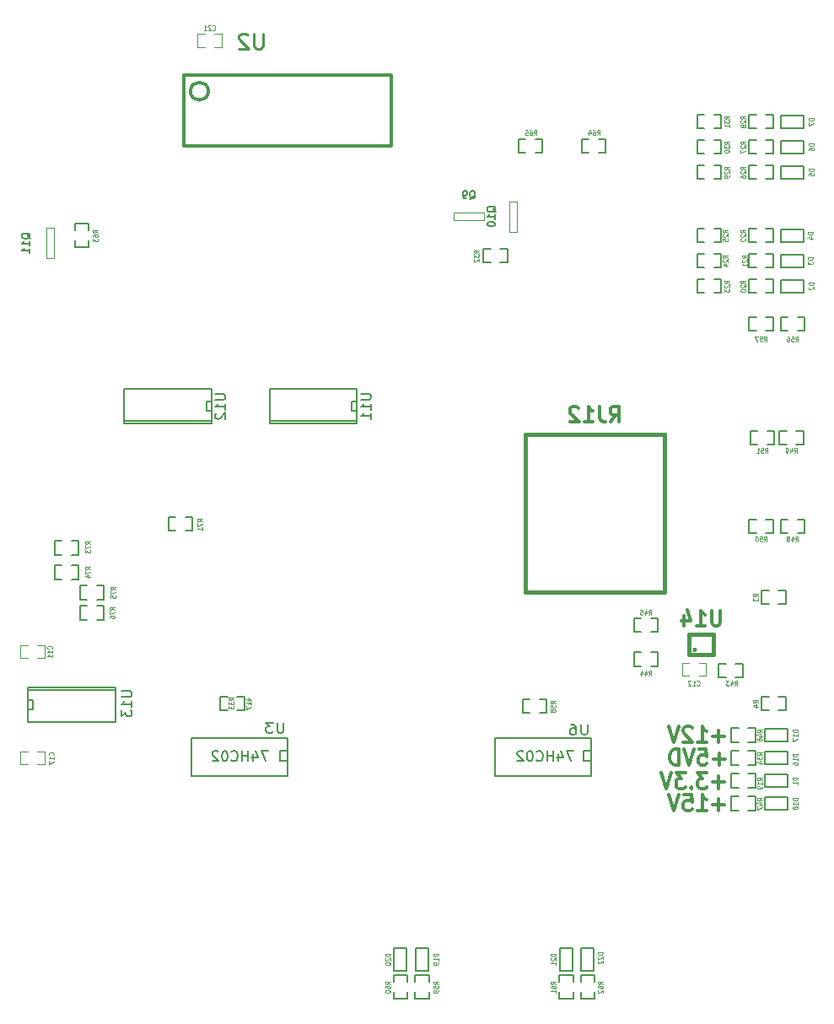
<source format=gbo>
G04 #@! TF.FileFunction,Legend,Bot*
%FSLAX46Y46*%
G04 Gerber Fmt 4.6, Leading zero omitted, Abs format (unit mm)*
G04 Created by KiCad (PCBNEW 4.0.6) date 01/03/18 21:10:08*
%MOMM*%
%LPD*%
G01*
G04 APERTURE LIST*
%ADD10C,0.150000*%
%ADD11C,0.304800*%
%ADD12C,0.127000*%
%ADD13C,0.119380*%
%ADD14C,0.203200*%
%ADD15C,0.129540*%
%ADD16C,0.381000*%
%ADD17C,0.114300*%
%ADD18C,0.139700*%
%ADD19C,0.254000*%
G04 APERTURE END LIST*
D10*
D11*
X243223143Y-125209286D02*
X242062000Y-125209286D01*
X242642571Y-125818810D02*
X242642571Y-124599762D01*
X240538000Y-125818810D02*
X241408857Y-125818810D01*
X240973429Y-125818810D02*
X240973429Y-124218810D01*
X241118572Y-124447381D01*
X241263714Y-124599762D01*
X241408857Y-124675952D01*
X239159143Y-124218810D02*
X239884857Y-124218810D01*
X239957428Y-124980714D01*
X239884857Y-124904524D01*
X239739714Y-124828333D01*
X239376857Y-124828333D01*
X239231714Y-124904524D01*
X239159143Y-124980714D01*
X239086571Y-125133095D01*
X239086571Y-125514048D01*
X239159143Y-125666429D01*
X239231714Y-125742619D01*
X239376857Y-125818810D01*
X239739714Y-125818810D01*
X239884857Y-125742619D01*
X239957428Y-125666429D01*
X238651142Y-124218810D02*
X238143142Y-125818810D01*
X237635142Y-124218810D01*
X243205000Y-122967886D02*
X242043857Y-122967886D01*
X242624428Y-123577410D02*
X242624428Y-122358362D01*
X241463286Y-121977410D02*
X240519857Y-121977410D01*
X241027857Y-122586933D01*
X240810143Y-122586933D01*
X240665000Y-122663124D01*
X240592429Y-122739314D01*
X240519857Y-122891695D01*
X240519857Y-123272648D01*
X240592429Y-123425029D01*
X240665000Y-123501219D01*
X240810143Y-123577410D01*
X241245571Y-123577410D01*
X241390714Y-123501219D01*
X241463286Y-123425029D01*
X239866714Y-123425029D02*
X239794142Y-123501219D01*
X239866714Y-123577410D01*
X239939285Y-123501219D01*
X239866714Y-123425029D01*
X239866714Y-123577410D01*
X239286143Y-121977410D02*
X238342714Y-121977410D01*
X238850714Y-122586933D01*
X238633000Y-122586933D01*
X238487857Y-122663124D01*
X238415286Y-122739314D01*
X238342714Y-122891695D01*
X238342714Y-123272648D01*
X238415286Y-123425029D01*
X238487857Y-123501219D01*
X238633000Y-123577410D01*
X239068428Y-123577410D01*
X239213571Y-123501219D01*
X239286143Y-123425029D01*
X237907285Y-121977410D02*
X237399285Y-123577410D01*
X236891285Y-121977410D01*
X243259429Y-120637286D02*
X242098286Y-120637286D01*
X242678857Y-121246810D02*
X242678857Y-120027762D01*
X240646858Y-119646810D02*
X241372572Y-119646810D01*
X241445143Y-120408714D01*
X241372572Y-120332524D01*
X241227429Y-120256333D01*
X240864572Y-120256333D01*
X240719429Y-120332524D01*
X240646858Y-120408714D01*
X240574286Y-120561095D01*
X240574286Y-120942048D01*
X240646858Y-121094429D01*
X240719429Y-121170619D01*
X240864572Y-121246810D01*
X241227429Y-121246810D01*
X241372572Y-121170619D01*
X241445143Y-121094429D01*
X240138857Y-119646810D02*
X239630857Y-121246810D01*
X239122857Y-119646810D01*
X238614857Y-121246810D02*
X238614857Y-119646810D01*
X238252000Y-119646810D01*
X238034285Y-119723000D01*
X237889143Y-119875381D01*
X237816571Y-120027762D01*
X237744000Y-120332524D01*
X237744000Y-120561095D01*
X237816571Y-120865857D01*
X237889143Y-121018238D01*
X238034285Y-121170619D01*
X238252000Y-121246810D01*
X238614857Y-121246810D01*
X243223143Y-118351286D02*
X242062000Y-118351286D01*
X242642571Y-118960810D02*
X242642571Y-117741762D01*
X240538000Y-118960810D02*
X241408857Y-118960810D01*
X240973429Y-118960810D02*
X240973429Y-117360810D01*
X241118572Y-117589381D01*
X241263714Y-117741762D01*
X241408857Y-117817952D01*
X239957428Y-117513190D02*
X239884857Y-117437000D01*
X239739714Y-117360810D01*
X239376857Y-117360810D01*
X239231714Y-117437000D01*
X239159143Y-117513190D01*
X239086571Y-117665571D01*
X239086571Y-117817952D01*
X239159143Y-118046524D01*
X240030000Y-118960810D01*
X239086571Y-118960810D01*
X238651142Y-117360810D02*
X238143142Y-118960810D01*
X237635142Y-117360810D01*
D12*
X251206000Y-56007000D02*
X248920000Y-56007000D01*
X248920000Y-56007000D02*
X248920000Y-57277000D01*
X248920000Y-57277000D02*
X251206000Y-57277000D01*
X251206000Y-57277000D02*
X251206000Y-56007000D01*
X251206000Y-58547000D02*
X248920000Y-58547000D01*
X248920000Y-58547000D02*
X248920000Y-59817000D01*
X248920000Y-59817000D02*
X251206000Y-59817000D01*
X251206000Y-59817000D02*
X251206000Y-58547000D01*
X251206000Y-61087000D02*
X248920000Y-61087000D01*
X248920000Y-61087000D02*
X248920000Y-62357000D01*
X248920000Y-62357000D02*
X251206000Y-62357000D01*
X251206000Y-62357000D02*
X251206000Y-61087000D01*
X251206000Y-69977000D02*
X248920000Y-69977000D01*
X248920000Y-69977000D02*
X248920000Y-71247000D01*
X248920000Y-71247000D02*
X251206000Y-71247000D01*
X251206000Y-71247000D02*
X251206000Y-69977000D01*
X251206000Y-67437000D02*
X248920000Y-67437000D01*
X248920000Y-67437000D02*
X248920000Y-68707000D01*
X248920000Y-68707000D02*
X251206000Y-68707000D01*
X251206000Y-68707000D02*
X251206000Y-67437000D01*
X251206000Y-72517000D02*
X248920000Y-72517000D01*
X248920000Y-72517000D02*
X248920000Y-73787000D01*
X248920000Y-73787000D02*
X251206000Y-73787000D01*
X251206000Y-73787000D02*
X251206000Y-72517000D01*
X249555000Y-117602000D02*
X247269000Y-117602000D01*
X247269000Y-117602000D02*
X247269000Y-118872000D01*
X247269000Y-118872000D02*
X249555000Y-118872000D01*
X249555000Y-118872000D02*
X249555000Y-117602000D01*
X249555000Y-124460000D02*
X247269000Y-124460000D01*
X247269000Y-124460000D02*
X247269000Y-125730000D01*
X247269000Y-125730000D02*
X249555000Y-125730000D01*
X249555000Y-125730000D02*
X249555000Y-124460000D01*
X249555000Y-122174000D02*
X247269000Y-122174000D01*
X247269000Y-122174000D02*
X247269000Y-123444000D01*
X247269000Y-123444000D02*
X249555000Y-123444000D01*
X249555000Y-123444000D02*
X249555000Y-122174000D01*
X249555000Y-119888000D02*
X247269000Y-119888000D01*
X247269000Y-119888000D02*
X247269000Y-121158000D01*
X247269000Y-121158000D02*
X249555000Y-121158000D01*
X249555000Y-121158000D02*
X249555000Y-119888000D01*
D13*
X192016380Y-47863760D02*
X192714880Y-47863760D01*
X191015620Y-47863760D02*
X190317120Y-47863760D01*
X192016380Y-49164240D02*
X192714880Y-49164240D01*
X190317120Y-49164240D02*
X191015620Y-49164240D01*
X192714880Y-49149000D02*
X192714880Y-47879000D01*
X190317120Y-47879000D02*
X190317120Y-49149000D01*
X173235620Y-121173240D02*
X172537120Y-121173240D01*
X174236380Y-121173240D02*
X174934880Y-121173240D01*
X173235620Y-119872760D02*
X172537120Y-119872760D01*
X174934880Y-119872760D02*
X174236380Y-119872760D01*
X172537120Y-119888000D02*
X172537120Y-121158000D01*
X174934880Y-121158000D02*
X174934880Y-119888000D01*
X173235620Y-110505240D02*
X172537120Y-110505240D01*
X174236380Y-110505240D02*
X174934880Y-110505240D01*
X173235620Y-109204760D02*
X172537120Y-109204760D01*
X174934880Y-109204760D02*
X174236380Y-109204760D01*
X172537120Y-109220000D02*
X172537120Y-110490000D01*
X174934880Y-110490000D02*
X174934880Y-109220000D01*
X239656620Y-112283240D02*
X238958120Y-112283240D01*
X240657380Y-112283240D02*
X241355880Y-112283240D01*
X239656620Y-110982760D02*
X238958120Y-110982760D01*
X241355880Y-110982760D02*
X240657380Y-110982760D01*
X238958120Y-110998000D02*
X238958120Y-112268000D01*
X241355880Y-112268000D02*
X241355880Y-110998000D01*
D12*
X245610380Y-124396500D02*
X246316500Y-124396500D01*
X246316500Y-124396500D02*
X246316500Y-125793500D01*
X246316500Y-125793500D02*
X245610380Y-125793500D01*
X243903500Y-124396500D02*
X244609620Y-124396500D01*
X243903500Y-124396500D02*
X243903500Y-125793500D01*
X243903500Y-125793500D02*
X244609620Y-125793500D01*
X245610380Y-117538500D02*
X246316500Y-117538500D01*
X246316500Y-117538500D02*
X246316500Y-118935500D01*
X246316500Y-118935500D02*
X245610380Y-118935500D01*
X243903500Y-117538500D02*
X244609620Y-117538500D01*
X243903500Y-117538500D02*
X243903500Y-118935500D01*
X243903500Y-118935500D02*
X244609620Y-118935500D01*
X245610380Y-119824500D02*
X246316500Y-119824500D01*
X246316500Y-119824500D02*
X246316500Y-121221500D01*
X246316500Y-121221500D02*
X245610380Y-121221500D01*
X243903500Y-119824500D02*
X244609620Y-119824500D01*
X243903500Y-119824500D02*
X243903500Y-121221500D01*
X243903500Y-121221500D02*
X244609620Y-121221500D01*
X245610380Y-122110500D02*
X246316500Y-122110500D01*
X246316500Y-122110500D02*
X246316500Y-123507500D01*
X246316500Y-123507500D02*
X245610380Y-123507500D01*
X243903500Y-122110500D02*
X244609620Y-122110500D01*
X243903500Y-122110500D02*
X243903500Y-123507500D01*
X243903500Y-123507500D02*
X244609620Y-123507500D01*
X248658380Y-114363500D02*
X249364500Y-114363500D01*
X249364500Y-114363500D02*
X249364500Y-115760500D01*
X249364500Y-115760500D02*
X248658380Y-115760500D01*
X246951500Y-114363500D02*
X247657620Y-114363500D01*
X246951500Y-114363500D02*
X246951500Y-115760500D01*
X246951500Y-115760500D02*
X247657620Y-115760500D01*
X247388380Y-69913500D02*
X248094500Y-69913500D01*
X248094500Y-69913500D02*
X248094500Y-71310500D01*
X248094500Y-71310500D02*
X247388380Y-71310500D01*
X245681500Y-69913500D02*
X246387620Y-69913500D01*
X245681500Y-69913500D02*
X245681500Y-71310500D01*
X245681500Y-71310500D02*
X246387620Y-71310500D01*
X247388380Y-72453500D02*
X248094500Y-72453500D01*
X248094500Y-72453500D02*
X248094500Y-73850500D01*
X248094500Y-73850500D02*
X247388380Y-73850500D01*
X245681500Y-72453500D02*
X246387620Y-72453500D01*
X245681500Y-72453500D02*
X245681500Y-73850500D01*
X245681500Y-73850500D02*
X246387620Y-73850500D01*
X247388380Y-67373500D02*
X248094500Y-67373500D01*
X248094500Y-67373500D02*
X248094500Y-68770500D01*
X248094500Y-68770500D02*
X247388380Y-68770500D01*
X245681500Y-67373500D02*
X246387620Y-67373500D01*
X245681500Y-67373500D02*
X245681500Y-68770500D01*
X245681500Y-68770500D02*
X246387620Y-68770500D01*
X235831380Y-109918500D02*
X236537500Y-109918500D01*
X236537500Y-109918500D02*
X236537500Y-111315500D01*
X236537500Y-111315500D02*
X235831380Y-111315500D01*
X234124500Y-109918500D02*
X234830620Y-109918500D01*
X234124500Y-109918500D02*
X234124500Y-111315500D01*
X234124500Y-111315500D02*
X234830620Y-111315500D01*
X235831380Y-106489500D02*
X236537500Y-106489500D01*
X236537500Y-106489500D02*
X236537500Y-107886500D01*
X236537500Y-107886500D02*
X235831380Y-107886500D01*
X234124500Y-106489500D02*
X234830620Y-106489500D01*
X234124500Y-106489500D02*
X234124500Y-107886500D01*
X234124500Y-107886500D02*
X234830620Y-107886500D01*
X247388380Y-96583500D02*
X248094500Y-96583500D01*
X248094500Y-96583500D02*
X248094500Y-97980500D01*
X248094500Y-97980500D02*
X247388380Y-97980500D01*
X245681500Y-96583500D02*
X246387620Y-96583500D01*
X245681500Y-96583500D02*
X245681500Y-97980500D01*
X245681500Y-97980500D02*
X246387620Y-97980500D01*
X247515380Y-87693500D02*
X248221500Y-87693500D01*
X248221500Y-87693500D02*
X248221500Y-89090500D01*
X248221500Y-89090500D02*
X247515380Y-89090500D01*
X245808500Y-87693500D02*
X246514620Y-87693500D01*
X245808500Y-87693500D02*
X245808500Y-89090500D01*
X245808500Y-89090500D02*
X246514620Y-89090500D01*
X250436380Y-87693500D02*
X251142500Y-87693500D01*
X251142500Y-87693500D02*
X251142500Y-89090500D01*
X251142500Y-89090500D02*
X250436380Y-89090500D01*
X248729500Y-87693500D02*
X249435620Y-87693500D01*
X248729500Y-87693500D02*
X248729500Y-89090500D01*
X248729500Y-89090500D02*
X249435620Y-89090500D01*
X250563380Y-96583500D02*
X251269500Y-96583500D01*
X251269500Y-96583500D02*
X251269500Y-97980500D01*
X251269500Y-97980500D02*
X250563380Y-97980500D01*
X248856500Y-96583500D02*
X249562620Y-96583500D01*
X248856500Y-96583500D02*
X248856500Y-97980500D01*
X248856500Y-97980500D02*
X249562620Y-97980500D01*
X247388380Y-76263500D02*
X248094500Y-76263500D01*
X248094500Y-76263500D02*
X248094500Y-77660500D01*
X248094500Y-77660500D02*
X247388380Y-77660500D01*
X245681500Y-76263500D02*
X246387620Y-76263500D01*
X245681500Y-76263500D02*
X245681500Y-77660500D01*
X245681500Y-77660500D02*
X246387620Y-77660500D01*
X250563380Y-76263500D02*
X251269500Y-76263500D01*
X251269500Y-76263500D02*
X251269500Y-77660500D01*
X251269500Y-77660500D02*
X250563380Y-77660500D01*
X248856500Y-76263500D02*
X249562620Y-76263500D01*
X248856500Y-76263500D02*
X248856500Y-77660500D01*
X248856500Y-77660500D02*
X249562620Y-77660500D01*
X244340380Y-111061500D02*
X245046500Y-111061500D01*
X245046500Y-111061500D02*
X245046500Y-112458500D01*
X245046500Y-112458500D02*
X244340380Y-112458500D01*
X242633500Y-111061500D02*
X243339620Y-111061500D01*
X242633500Y-111061500D02*
X242633500Y-112458500D01*
X242633500Y-112458500D02*
X243339620Y-112458500D01*
X248658380Y-103695500D02*
X249364500Y-103695500D01*
X249364500Y-103695500D02*
X249364500Y-105092500D01*
X249364500Y-105092500D02*
X248658380Y-105092500D01*
X246951500Y-103695500D02*
X247657620Y-103695500D01*
X246951500Y-103695500D02*
X246951500Y-105092500D01*
X246951500Y-105092500D02*
X247657620Y-105092500D01*
X242181380Y-55943500D02*
X242887500Y-55943500D01*
X242887500Y-55943500D02*
X242887500Y-57340500D01*
X242887500Y-57340500D02*
X242181380Y-57340500D01*
X240474500Y-55943500D02*
X241180620Y-55943500D01*
X240474500Y-55943500D02*
X240474500Y-57340500D01*
X240474500Y-57340500D02*
X241180620Y-57340500D01*
X242181380Y-58483500D02*
X242887500Y-58483500D01*
X242887500Y-58483500D02*
X242887500Y-59880500D01*
X242887500Y-59880500D02*
X242181380Y-59880500D01*
X240474500Y-58483500D02*
X241180620Y-58483500D01*
X240474500Y-58483500D02*
X240474500Y-59880500D01*
X240474500Y-59880500D02*
X241180620Y-59880500D01*
X247388380Y-55943500D02*
X248094500Y-55943500D01*
X248094500Y-55943500D02*
X248094500Y-57340500D01*
X248094500Y-57340500D02*
X247388380Y-57340500D01*
X245681500Y-55943500D02*
X246387620Y-55943500D01*
X245681500Y-55943500D02*
X245681500Y-57340500D01*
X245681500Y-57340500D02*
X246387620Y-57340500D01*
X247388380Y-61023500D02*
X248094500Y-61023500D01*
X248094500Y-61023500D02*
X248094500Y-62420500D01*
X248094500Y-62420500D02*
X247388380Y-62420500D01*
X245681500Y-61023500D02*
X246387620Y-61023500D01*
X245681500Y-61023500D02*
X245681500Y-62420500D01*
X245681500Y-62420500D02*
X246387620Y-62420500D01*
X242181380Y-61023500D02*
X242887500Y-61023500D01*
X242887500Y-61023500D02*
X242887500Y-62420500D01*
X242887500Y-62420500D02*
X242181380Y-62420500D01*
X240474500Y-61023500D02*
X241180620Y-61023500D01*
X240474500Y-61023500D02*
X240474500Y-62420500D01*
X240474500Y-62420500D02*
X241180620Y-62420500D01*
X242181380Y-72453500D02*
X242887500Y-72453500D01*
X242887500Y-72453500D02*
X242887500Y-73850500D01*
X242887500Y-73850500D02*
X242181380Y-73850500D01*
X240474500Y-72453500D02*
X241180620Y-72453500D01*
X240474500Y-72453500D02*
X240474500Y-73850500D01*
X240474500Y-73850500D02*
X241180620Y-73850500D01*
X242181380Y-69913500D02*
X242887500Y-69913500D01*
X242887500Y-69913500D02*
X242887500Y-71310500D01*
X242887500Y-71310500D02*
X242181380Y-71310500D01*
X240474500Y-69913500D02*
X241180620Y-69913500D01*
X240474500Y-69913500D02*
X240474500Y-71310500D01*
X240474500Y-71310500D02*
X241180620Y-71310500D01*
X242181380Y-67373500D02*
X242887500Y-67373500D01*
X242887500Y-67373500D02*
X242887500Y-68770500D01*
X242887500Y-68770500D02*
X242181380Y-68770500D01*
X240474500Y-67373500D02*
X241180620Y-67373500D01*
X240474500Y-67373500D02*
X240474500Y-68770500D01*
X240474500Y-68770500D02*
X241180620Y-68770500D01*
X247388380Y-58483500D02*
X248094500Y-58483500D01*
X248094500Y-58483500D02*
X248094500Y-59880500D01*
X248094500Y-59880500D02*
X247388380Y-59880500D01*
X245681500Y-58483500D02*
X246387620Y-58483500D01*
X245681500Y-58483500D02*
X245681500Y-59880500D01*
X245681500Y-59880500D02*
X246387620Y-59880500D01*
D14*
X199390000Y-118491000D02*
X189738000Y-118491000D01*
X189738000Y-118491000D02*
X189738000Y-122301000D01*
X189738000Y-122301000D02*
X199390000Y-122301000D01*
X199390000Y-122301000D02*
X199390000Y-118491000D01*
X199390000Y-119761000D02*
X198628000Y-119761000D01*
X198628000Y-119761000D02*
X198628000Y-120777000D01*
X198628000Y-120777000D02*
X199390000Y-120777000D01*
X229870000Y-118491000D02*
X220218000Y-118491000D01*
X220218000Y-118491000D02*
X220218000Y-122301000D01*
X220218000Y-122301000D02*
X229870000Y-122301000D01*
X229870000Y-122301000D02*
X229870000Y-118491000D01*
X229870000Y-119761000D02*
X229108000Y-119761000D01*
X229108000Y-119761000D02*
X229108000Y-120777000D01*
X229108000Y-120777000D02*
X229870000Y-120777000D01*
D15*
X173291500Y-116903500D02*
X182054500Y-116903500D01*
X173291500Y-115633500D02*
X173799500Y-115633500D01*
X173291500Y-114744500D02*
X173799500Y-114744500D01*
X173799500Y-115633500D02*
X173799500Y-114744500D01*
X173291500Y-113728500D02*
X182054500Y-113728500D01*
X182054500Y-113474500D02*
X173291500Y-113474500D01*
X182054500Y-116903500D02*
X182054500Y-113474500D01*
X173291500Y-113474500D02*
X173291500Y-116903500D01*
X191706500Y-83502500D02*
X182943500Y-83502500D01*
X191706500Y-84772500D02*
X191198500Y-84772500D01*
X191706500Y-85661500D02*
X191198500Y-85661500D01*
X191198500Y-84772500D02*
X191198500Y-85661500D01*
X191706500Y-86677500D02*
X182943500Y-86677500D01*
X182943500Y-86931500D02*
X191706500Y-86931500D01*
X182943500Y-83502500D02*
X182943500Y-86931500D01*
X191706500Y-86931500D02*
X191706500Y-83502500D01*
X206311500Y-83502500D02*
X197548500Y-83502500D01*
X206311500Y-84772500D02*
X205803500Y-84772500D01*
X206311500Y-85661500D02*
X205803500Y-85661500D01*
X205803500Y-84772500D02*
X205803500Y-85661500D01*
X206311500Y-86677500D02*
X197548500Y-86677500D01*
X197548500Y-86931500D02*
X206311500Y-86931500D01*
X197548500Y-83502500D02*
X197548500Y-86931500D01*
X206311500Y-86931500D02*
X206311500Y-83502500D01*
D13*
X221615000Y-64643000D02*
X221615000Y-67691000D01*
X221615000Y-67691000D02*
X222377000Y-67691000D01*
X222377000Y-67691000D02*
X222377000Y-64643000D01*
X222377000Y-64643000D02*
X221615000Y-64643000D01*
X219075000Y-65786000D02*
X216027000Y-65786000D01*
X216027000Y-65786000D02*
X216027000Y-66548000D01*
X216027000Y-66548000D02*
X219075000Y-66548000D01*
X219075000Y-66548000D02*
X219075000Y-65786000D01*
D12*
X213550500Y-144010380D02*
X213550500Y-144716500D01*
X213550500Y-144716500D02*
X212153500Y-144716500D01*
X212153500Y-144716500D02*
X212153500Y-144010380D01*
X213550500Y-142303500D02*
X213550500Y-143009620D01*
X213550500Y-142303500D02*
X212153500Y-142303500D01*
X212153500Y-142303500D02*
X212153500Y-143009620D01*
X211391500Y-144010380D02*
X211391500Y-144716500D01*
X211391500Y-144716500D02*
X209994500Y-144716500D01*
X209994500Y-144716500D02*
X209994500Y-144010380D01*
X211391500Y-142303500D02*
X211391500Y-143009620D01*
X211391500Y-142303500D02*
X209994500Y-142303500D01*
X209994500Y-142303500D02*
X209994500Y-143009620D01*
X228028500Y-144010380D02*
X228028500Y-144716500D01*
X228028500Y-144716500D02*
X226631500Y-144716500D01*
X226631500Y-144716500D02*
X226631500Y-144010380D01*
X228028500Y-142303500D02*
X228028500Y-143009620D01*
X228028500Y-142303500D02*
X226631500Y-142303500D01*
X226631500Y-142303500D02*
X226631500Y-143009620D01*
X230187500Y-144010380D02*
X230187500Y-144716500D01*
X230187500Y-144716500D02*
X228790500Y-144716500D01*
X228790500Y-144716500D02*
X228790500Y-144010380D01*
X230187500Y-142303500D02*
X230187500Y-143009620D01*
X230187500Y-142303500D02*
X228790500Y-142303500D01*
X228790500Y-142303500D02*
X228790500Y-143009620D01*
X224655380Y-114617500D02*
X225361500Y-114617500D01*
X225361500Y-114617500D02*
X225361500Y-116014500D01*
X225361500Y-116014500D02*
X224655380Y-116014500D01*
X222948500Y-114617500D02*
X223654620Y-114617500D01*
X222948500Y-114617500D02*
X222948500Y-116014500D01*
X222948500Y-116014500D02*
X223654620Y-116014500D01*
X194302380Y-114363500D02*
X195008500Y-114363500D01*
X195008500Y-114363500D02*
X195008500Y-115760500D01*
X195008500Y-115760500D02*
X194302380Y-115760500D01*
X192595500Y-114363500D02*
X193301620Y-114363500D01*
X192595500Y-114363500D02*
X192595500Y-115760500D01*
X192595500Y-115760500D02*
X193301620Y-115760500D01*
X220718380Y-69405500D02*
X221424500Y-69405500D01*
X221424500Y-69405500D02*
X221424500Y-70802500D01*
X221424500Y-70802500D02*
X220718380Y-70802500D01*
X219011500Y-69405500D02*
X219717620Y-69405500D01*
X219011500Y-69405500D02*
X219011500Y-70802500D01*
X219011500Y-70802500D02*
X219717620Y-70802500D01*
X227965000Y-141859000D02*
X227965000Y-139573000D01*
X227965000Y-139573000D02*
X226695000Y-139573000D01*
X226695000Y-139573000D02*
X226695000Y-141859000D01*
X226695000Y-141859000D02*
X227965000Y-141859000D01*
X230124000Y-141859000D02*
X230124000Y-139573000D01*
X230124000Y-139573000D02*
X228854000Y-139573000D01*
X228854000Y-139573000D02*
X228854000Y-141859000D01*
X228854000Y-141859000D02*
X230124000Y-141859000D01*
X213487000Y-141859000D02*
X213487000Y-139573000D01*
X213487000Y-139573000D02*
X212217000Y-139573000D01*
X212217000Y-139573000D02*
X212217000Y-141859000D01*
X212217000Y-141859000D02*
X213487000Y-141859000D01*
X211328000Y-141859000D02*
X211328000Y-139573000D01*
X211328000Y-139573000D02*
X210058000Y-139573000D01*
X210058000Y-139573000D02*
X210058000Y-141859000D01*
X210058000Y-141859000D02*
X211328000Y-141859000D01*
D13*
X175133000Y-67310000D02*
X175133000Y-70358000D01*
X175133000Y-70358000D02*
X175895000Y-70358000D01*
X175895000Y-70358000D02*
X175895000Y-67310000D01*
X175895000Y-67310000D02*
X175133000Y-67310000D01*
D12*
X177990500Y-67571620D02*
X177990500Y-66865500D01*
X177990500Y-66865500D02*
X179387500Y-66865500D01*
X179387500Y-66865500D02*
X179387500Y-67571620D01*
X177990500Y-69278500D02*
X177990500Y-68572380D01*
X177990500Y-69278500D02*
X179387500Y-69278500D01*
X179387500Y-69278500D02*
X179387500Y-68572380D01*
X229572820Y-59778900D02*
X228866700Y-59778900D01*
X228866700Y-59778900D02*
X228866700Y-58381900D01*
X228866700Y-58381900D02*
X229572820Y-58381900D01*
X231279700Y-59778900D02*
X230573580Y-59778900D01*
X231279700Y-59778900D02*
X231279700Y-58381900D01*
X231279700Y-58381900D02*
X230573580Y-58381900D01*
X224223580Y-58381900D02*
X224929700Y-58381900D01*
X224929700Y-58381900D02*
X224929700Y-59778900D01*
X224929700Y-59778900D02*
X224223580Y-59778900D01*
X222516700Y-58381900D02*
X223222820Y-58381900D01*
X222516700Y-58381900D02*
X222516700Y-59778900D01*
X222516700Y-59778900D02*
X223222820Y-59778900D01*
D11*
X191398026Y-53594000D02*
G75*
G03X191398026Y-53594000I-898026J0D01*
G01*
X188976000Y-51943000D02*
X188976000Y-59055000D01*
X188976000Y-59055000D02*
X209804000Y-59055000D01*
X209804000Y-59055000D02*
X209804000Y-51943000D01*
X209804000Y-51943000D02*
X188976000Y-51943000D01*
D16*
X240258600Y-109651800D02*
G75*
G03X240258600Y-109651800I-50800J0D01*
G01*
X239687100Y-108077000D02*
X242100100Y-108077000D01*
X242100100Y-108077000D02*
X242100100Y-110172500D01*
X242100100Y-110172500D02*
X239687100Y-110172500D01*
X239687100Y-110172500D02*
X239687100Y-108077000D01*
X223202500Y-88011000D02*
X223202500Y-103886000D01*
X223202500Y-103886000D02*
X237172500Y-103886000D01*
X237172500Y-103886000D02*
X237172500Y-88011000D01*
X237172500Y-88011000D02*
X223202500Y-88011000D01*
D12*
X176690020Y-100114100D02*
X175983900Y-100114100D01*
X175983900Y-100114100D02*
X175983900Y-98717100D01*
X175983900Y-98717100D02*
X176690020Y-98717100D01*
X178396900Y-100114100D02*
X177690780Y-100114100D01*
X178396900Y-100114100D02*
X178396900Y-98717100D01*
X178396900Y-98717100D02*
X177690780Y-98717100D01*
X176690020Y-102603300D02*
X175983900Y-102603300D01*
X175983900Y-102603300D02*
X175983900Y-101206300D01*
X175983900Y-101206300D02*
X176690020Y-101206300D01*
X178396900Y-102603300D02*
X177690780Y-102603300D01*
X178396900Y-102603300D02*
X178396900Y-101206300D01*
X178396900Y-101206300D02*
X177690780Y-101206300D01*
X179230020Y-104635300D02*
X178523900Y-104635300D01*
X178523900Y-104635300D02*
X178523900Y-103238300D01*
X178523900Y-103238300D02*
X179230020Y-103238300D01*
X180936900Y-104635300D02*
X180230780Y-104635300D01*
X180936900Y-104635300D02*
X180936900Y-103238300D01*
X180936900Y-103238300D02*
X180230780Y-103238300D01*
X179230020Y-106667300D02*
X178523900Y-106667300D01*
X178523900Y-106667300D02*
X178523900Y-105270300D01*
X178523900Y-105270300D02*
X179230020Y-105270300D01*
X180936900Y-106667300D02*
X180230780Y-106667300D01*
X180936900Y-106667300D02*
X180936900Y-105270300D01*
X180936900Y-105270300D02*
X180230780Y-105270300D01*
X188094620Y-97726500D02*
X187388500Y-97726500D01*
X187388500Y-97726500D02*
X187388500Y-96329500D01*
X187388500Y-96329500D02*
X188094620Y-96329500D01*
X189801500Y-97726500D02*
X189095380Y-97726500D01*
X189801500Y-97726500D02*
X189801500Y-96329500D01*
X189801500Y-96329500D02*
X189095380Y-96329500D01*
D17*
X252197810Y-56304543D02*
X251689810Y-56304543D01*
X251689810Y-56413400D01*
X251714000Y-56478715D01*
X251762381Y-56522257D01*
X251810762Y-56544029D01*
X251907524Y-56565800D01*
X251980095Y-56565800D01*
X252076857Y-56544029D01*
X252125238Y-56522257D01*
X252173619Y-56478715D01*
X252197810Y-56413400D01*
X252197810Y-56304543D01*
X251689810Y-56718200D02*
X251689810Y-57023000D01*
X252197810Y-56827057D01*
X252197810Y-58844543D02*
X251689810Y-58844543D01*
X251689810Y-58953400D01*
X251714000Y-59018715D01*
X251762381Y-59062257D01*
X251810762Y-59084029D01*
X251907524Y-59105800D01*
X251980095Y-59105800D01*
X252076857Y-59084029D01*
X252125238Y-59062257D01*
X252173619Y-59018715D01*
X252197810Y-58953400D01*
X252197810Y-58844543D01*
X251689810Y-59497686D02*
X251689810Y-59410600D01*
X251714000Y-59367057D01*
X251738190Y-59345286D01*
X251810762Y-59301743D01*
X251907524Y-59279972D01*
X252101048Y-59279972D01*
X252149429Y-59301743D01*
X252173619Y-59323515D01*
X252197810Y-59367057D01*
X252197810Y-59454143D01*
X252173619Y-59497686D01*
X252149429Y-59519457D01*
X252101048Y-59541229D01*
X251980095Y-59541229D01*
X251931714Y-59519457D01*
X251907524Y-59497686D01*
X251883333Y-59454143D01*
X251883333Y-59367057D01*
X251907524Y-59323515D01*
X251931714Y-59301743D01*
X251980095Y-59279972D01*
X252197810Y-61384543D02*
X251689810Y-61384543D01*
X251689810Y-61493400D01*
X251714000Y-61558715D01*
X251762381Y-61602257D01*
X251810762Y-61624029D01*
X251907524Y-61645800D01*
X251980095Y-61645800D01*
X252076857Y-61624029D01*
X252125238Y-61602257D01*
X252173619Y-61558715D01*
X252197810Y-61493400D01*
X252197810Y-61384543D01*
X251689810Y-62059457D02*
X251689810Y-61841743D01*
X251931714Y-61819972D01*
X251907524Y-61841743D01*
X251883333Y-61885286D01*
X251883333Y-61994143D01*
X251907524Y-62037686D01*
X251931714Y-62059457D01*
X251980095Y-62081229D01*
X252101048Y-62081229D01*
X252149429Y-62059457D01*
X252173619Y-62037686D01*
X252197810Y-61994143D01*
X252197810Y-61885286D01*
X252173619Y-61841743D01*
X252149429Y-61819972D01*
X252070810Y-70274543D02*
X251562810Y-70274543D01*
X251562810Y-70383400D01*
X251587000Y-70448715D01*
X251635381Y-70492257D01*
X251683762Y-70514029D01*
X251780524Y-70535800D01*
X251853095Y-70535800D01*
X251949857Y-70514029D01*
X251998238Y-70492257D01*
X252046619Y-70448715D01*
X252070810Y-70383400D01*
X252070810Y-70274543D01*
X251562810Y-70688200D02*
X251562810Y-70971229D01*
X251756333Y-70818829D01*
X251756333Y-70884143D01*
X251780524Y-70927686D01*
X251804714Y-70949457D01*
X251853095Y-70971229D01*
X251974048Y-70971229D01*
X252022429Y-70949457D01*
X252046619Y-70927686D01*
X252070810Y-70884143D01*
X252070810Y-70753515D01*
X252046619Y-70709972D01*
X252022429Y-70688200D01*
X252070810Y-67734543D02*
X251562810Y-67734543D01*
X251562810Y-67843400D01*
X251587000Y-67908715D01*
X251635381Y-67952257D01*
X251683762Y-67974029D01*
X251780524Y-67995800D01*
X251853095Y-67995800D01*
X251949857Y-67974029D01*
X251998238Y-67952257D01*
X252046619Y-67908715D01*
X252070810Y-67843400D01*
X252070810Y-67734543D01*
X251732143Y-68387686D02*
X252070810Y-68387686D01*
X251538619Y-68278829D02*
X251901476Y-68169972D01*
X251901476Y-68453000D01*
X252197810Y-72814543D02*
X251689810Y-72814543D01*
X251689810Y-72923400D01*
X251714000Y-72988715D01*
X251762381Y-73032257D01*
X251810762Y-73054029D01*
X251907524Y-73075800D01*
X251980095Y-73075800D01*
X252076857Y-73054029D01*
X252125238Y-73032257D01*
X252173619Y-72988715D01*
X252197810Y-72923400D01*
X252197810Y-72814543D01*
X251738190Y-73249972D02*
X251714000Y-73271743D01*
X251689810Y-73315286D01*
X251689810Y-73424143D01*
X251714000Y-73467686D01*
X251738190Y-73489457D01*
X251786571Y-73511229D01*
X251834952Y-73511229D01*
X251907524Y-73489457D01*
X252197810Y-73228200D01*
X252197810Y-73511229D01*
X250546810Y-117681828D02*
X250038810Y-117681828D01*
X250038810Y-117790685D01*
X250063000Y-117856000D01*
X250111381Y-117899542D01*
X250159762Y-117921314D01*
X250256524Y-117943085D01*
X250329095Y-117943085D01*
X250425857Y-117921314D01*
X250474238Y-117899542D01*
X250522619Y-117856000D01*
X250546810Y-117790685D01*
X250546810Y-117681828D01*
X250546810Y-118378514D02*
X250546810Y-118117257D01*
X250546810Y-118247885D02*
X250038810Y-118247885D01*
X250111381Y-118204342D01*
X250159762Y-118160800D01*
X250183952Y-118117257D01*
X250038810Y-118530914D02*
X250038810Y-118835714D01*
X250546810Y-118639771D01*
X250546810Y-124539828D02*
X250038810Y-124539828D01*
X250038810Y-124648685D01*
X250063000Y-124714000D01*
X250111381Y-124757542D01*
X250159762Y-124779314D01*
X250256524Y-124801085D01*
X250329095Y-124801085D01*
X250425857Y-124779314D01*
X250474238Y-124757542D01*
X250522619Y-124714000D01*
X250546810Y-124648685D01*
X250546810Y-124539828D01*
X250546810Y-125236514D02*
X250546810Y-124975257D01*
X250546810Y-125105885D02*
X250038810Y-125105885D01*
X250111381Y-125062342D01*
X250159762Y-125018800D01*
X250183952Y-124975257D01*
X250256524Y-125497771D02*
X250232333Y-125454229D01*
X250208143Y-125432457D01*
X250159762Y-125410686D01*
X250135571Y-125410686D01*
X250087190Y-125432457D01*
X250063000Y-125454229D01*
X250038810Y-125497771D01*
X250038810Y-125584857D01*
X250063000Y-125628400D01*
X250087190Y-125650171D01*
X250135571Y-125671943D01*
X250159762Y-125671943D01*
X250208143Y-125650171D01*
X250232333Y-125628400D01*
X250256524Y-125584857D01*
X250256524Y-125497771D01*
X250280714Y-125454229D01*
X250304905Y-125432457D01*
X250353286Y-125410686D01*
X250450048Y-125410686D01*
X250498429Y-125432457D01*
X250522619Y-125454229D01*
X250546810Y-125497771D01*
X250546810Y-125584857D01*
X250522619Y-125628400D01*
X250498429Y-125650171D01*
X250450048Y-125671943D01*
X250353286Y-125671943D01*
X250304905Y-125650171D01*
X250280714Y-125628400D01*
X250256524Y-125584857D01*
X250546810Y-122471543D02*
X250038810Y-122471543D01*
X250038810Y-122580400D01*
X250063000Y-122645715D01*
X250111381Y-122689257D01*
X250159762Y-122711029D01*
X250256524Y-122732800D01*
X250329095Y-122732800D01*
X250425857Y-122711029D01*
X250474238Y-122689257D01*
X250522619Y-122645715D01*
X250546810Y-122580400D01*
X250546810Y-122471543D01*
X250546810Y-123168229D02*
X250546810Y-122906972D01*
X250546810Y-123037600D02*
X250038810Y-123037600D01*
X250111381Y-122994057D01*
X250159762Y-122950515D01*
X250183952Y-122906972D01*
X250546810Y-120094828D02*
X250038810Y-120094828D01*
X250038810Y-120203685D01*
X250063000Y-120269000D01*
X250111381Y-120312542D01*
X250159762Y-120334314D01*
X250256524Y-120356085D01*
X250329095Y-120356085D01*
X250425857Y-120334314D01*
X250474238Y-120312542D01*
X250522619Y-120269000D01*
X250546810Y-120203685D01*
X250546810Y-120094828D01*
X250546810Y-120791514D02*
X250546810Y-120530257D01*
X250546810Y-120660885D02*
X250038810Y-120660885D01*
X250111381Y-120617342D01*
X250159762Y-120573800D01*
X250183952Y-120530257D01*
X250038810Y-121183400D02*
X250038810Y-121096314D01*
X250063000Y-121052771D01*
X250087190Y-121031000D01*
X250159762Y-120987457D01*
X250256524Y-120965686D01*
X250450048Y-120965686D01*
X250498429Y-120987457D01*
X250522619Y-121009229D01*
X250546810Y-121052771D01*
X250546810Y-121139857D01*
X250522619Y-121183400D01*
X250498429Y-121205171D01*
X250450048Y-121226943D01*
X250329095Y-121226943D01*
X250280714Y-121205171D01*
X250256524Y-121183400D01*
X250232333Y-121139857D01*
X250232333Y-121052771D01*
X250256524Y-121009229D01*
X250280714Y-120987457D01*
X250329095Y-120965686D01*
X191809915Y-47425429D02*
X191831686Y-47449619D01*
X191897000Y-47473810D01*
X191940543Y-47473810D01*
X192005858Y-47449619D01*
X192049400Y-47401238D01*
X192071172Y-47352857D01*
X192092943Y-47256095D01*
X192092943Y-47183524D01*
X192071172Y-47086762D01*
X192049400Y-47038381D01*
X192005858Y-46990000D01*
X191940543Y-46965810D01*
X191897000Y-46965810D01*
X191831686Y-46990000D01*
X191809915Y-47014190D01*
X191635743Y-47014190D02*
X191613972Y-46990000D01*
X191570429Y-46965810D01*
X191461572Y-46965810D01*
X191418029Y-46990000D01*
X191396258Y-47014190D01*
X191374486Y-47062571D01*
X191374486Y-47110952D01*
X191396258Y-47183524D01*
X191657515Y-47473810D01*
X191374486Y-47473810D01*
X190939057Y-47473810D02*
X191200314Y-47473810D01*
X191069686Y-47473810D02*
X191069686Y-46965810D01*
X191113229Y-47038381D01*
X191156771Y-47086762D01*
X191200314Y-47110952D01*
X175822429Y-120229085D02*
X175846619Y-120207314D01*
X175870810Y-120142000D01*
X175870810Y-120098457D01*
X175846619Y-120033142D01*
X175798238Y-119989600D01*
X175749857Y-119967828D01*
X175653095Y-119946057D01*
X175580524Y-119946057D01*
X175483762Y-119967828D01*
X175435381Y-119989600D01*
X175387000Y-120033142D01*
X175362810Y-120098457D01*
X175362810Y-120142000D01*
X175387000Y-120207314D01*
X175411190Y-120229085D01*
X175870810Y-120664514D02*
X175870810Y-120403257D01*
X175870810Y-120533885D02*
X175362810Y-120533885D01*
X175435381Y-120490342D01*
X175483762Y-120446800D01*
X175507952Y-120403257D01*
X175362810Y-120816914D02*
X175362810Y-121121714D01*
X175870810Y-120925771D01*
X175695429Y-109561085D02*
X175719619Y-109539314D01*
X175743810Y-109474000D01*
X175743810Y-109430457D01*
X175719619Y-109365142D01*
X175671238Y-109321600D01*
X175622857Y-109299828D01*
X175526095Y-109278057D01*
X175453524Y-109278057D01*
X175356762Y-109299828D01*
X175308381Y-109321600D01*
X175260000Y-109365142D01*
X175235810Y-109430457D01*
X175235810Y-109474000D01*
X175260000Y-109539314D01*
X175284190Y-109561085D01*
X175743810Y-109996514D02*
X175743810Y-109735257D01*
X175743810Y-109865885D02*
X175235810Y-109865885D01*
X175308381Y-109822342D01*
X175356762Y-109778800D01*
X175380952Y-109735257D01*
X175743810Y-110431943D02*
X175743810Y-110170686D01*
X175743810Y-110301314D02*
X175235810Y-110301314D01*
X175308381Y-110257771D01*
X175356762Y-110214229D01*
X175380952Y-110170686D01*
X240450915Y-113211429D02*
X240472686Y-113235619D01*
X240538000Y-113259810D01*
X240581543Y-113259810D01*
X240646858Y-113235619D01*
X240690400Y-113187238D01*
X240712172Y-113138857D01*
X240733943Y-113042095D01*
X240733943Y-112969524D01*
X240712172Y-112872762D01*
X240690400Y-112824381D01*
X240646858Y-112776000D01*
X240581543Y-112751810D01*
X240538000Y-112751810D01*
X240472686Y-112776000D01*
X240450915Y-112800190D01*
X240015486Y-113259810D02*
X240276743Y-113259810D01*
X240146115Y-113259810D02*
X240146115Y-112751810D01*
X240189658Y-112824381D01*
X240233200Y-112872762D01*
X240276743Y-112896952D01*
X239841314Y-112800190D02*
X239819543Y-112776000D01*
X239776000Y-112751810D01*
X239667143Y-112751810D01*
X239623600Y-112776000D01*
X239601829Y-112800190D01*
X239580057Y-112848571D01*
X239580057Y-112896952D01*
X239601829Y-112969524D01*
X239863086Y-113259810D01*
X239580057Y-113259810D01*
X246987362Y-124801085D02*
X246749086Y-124648685D01*
X246987362Y-124539828D02*
X246486982Y-124539828D01*
X246486982Y-124714000D01*
X246510810Y-124757542D01*
X246534638Y-124779314D01*
X246582293Y-124801085D01*
X246653776Y-124801085D01*
X246701431Y-124779314D01*
X246725259Y-124757542D01*
X246749086Y-124714000D01*
X246749086Y-124539828D01*
X246653776Y-125192971D02*
X246987362Y-125192971D01*
X246463155Y-125084114D02*
X246820569Y-124975257D01*
X246820569Y-125258285D01*
X246486982Y-125388914D02*
X246486982Y-125693714D01*
X246987362Y-125497771D01*
X246987362Y-117943085D02*
X246749086Y-117790685D01*
X246987362Y-117681828D02*
X246486982Y-117681828D01*
X246486982Y-117856000D01*
X246510810Y-117899542D01*
X246534638Y-117921314D01*
X246582293Y-117943085D01*
X246653776Y-117943085D01*
X246701431Y-117921314D01*
X246725259Y-117899542D01*
X246749086Y-117856000D01*
X246749086Y-117681828D01*
X246653776Y-118334971D02*
X246987362Y-118334971D01*
X246463155Y-118226114D02*
X246820569Y-118117257D01*
X246820569Y-118400285D01*
X246486982Y-118770400D02*
X246486982Y-118683314D01*
X246510810Y-118639771D01*
X246534638Y-118618000D01*
X246606120Y-118574457D01*
X246701431Y-118552686D01*
X246892052Y-118552686D01*
X246939707Y-118574457D01*
X246963535Y-118596229D01*
X246987362Y-118639771D01*
X246987362Y-118726857D01*
X246963535Y-118770400D01*
X246939707Y-118792171D01*
X246892052Y-118813943D01*
X246772914Y-118813943D01*
X246725259Y-118792171D01*
X246701431Y-118770400D01*
X246677603Y-118726857D01*
X246677603Y-118639771D01*
X246701431Y-118596229D01*
X246725259Y-118574457D01*
X246772914Y-118552686D01*
X246987362Y-120229085D02*
X246749086Y-120076685D01*
X246987362Y-119967828D02*
X246486982Y-119967828D01*
X246486982Y-120142000D01*
X246510810Y-120185542D01*
X246534638Y-120207314D01*
X246582293Y-120229085D01*
X246653776Y-120229085D01*
X246701431Y-120207314D01*
X246725259Y-120185542D01*
X246749086Y-120142000D01*
X246749086Y-119967828D01*
X246486982Y-120381485D02*
X246486982Y-120664514D01*
X246677603Y-120512114D01*
X246677603Y-120577428D01*
X246701431Y-120620971D01*
X246725259Y-120642742D01*
X246772914Y-120664514D01*
X246892052Y-120664514D01*
X246939707Y-120642742D01*
X246963535Y-120620971D01*
X246987362Y-120577428D01*
X246987362Y-120446800D01*
X246963535Y-120403257D01*
X246939707Y-120381485D01*
X246653776Y-121056400D02*
X246987362Y-121056400D01*
X246463155Y-120947543D02*
X246820569Y-120838686D01*
X246820569Y-121121714D01*
X246987362Y-122769085D02*
X246749086Y-122616685D01*
X246987362Y-122507828D02*
X246486982Y-122507828D01*
X246486982Y-122682000D01*
X246510810Y-122725542D01*
X246534638Y-122747314D01*
X246582293Y-122769085D01*
X246653776Y-122769085D01*
X246701431Y-122747314D01*
X246725259Y-122725542D01*
X246749086Y-122682000D01*
X246749086Y-122507828D01*
X246987362Y-123204514D02*
X246987362Y-122943257D01*
X246987362Y-123073885D02*
X246486982Y-123073885D01*
X246558465Y-123030342D01*
X246606120Y-122986800D01*
X246629948Y-122943257D01*
X246987362Y-123422229D02*
X246987362Y-123509314D01*
X246963535Y-123552857D01*
X246939707Y-123574629D01*
X246868224Y-123618171D01*
X246772914Y-123639943D01*
X246582293Y-123639943D01*
X246534638Y-123618171D01*
X246510810Y-123596400D01*
X246486982Y-123552857D01*
X246486982Y-123465771D01*
X246510810Y-123422229D01*
X246534638Y-123400457D01*
X246582293Y-123378686D01*
X246701431Y-123378686D01*
X246749086Y-123400457D01*
X246772914Y-123422229D01*
X246796741Y-123465771D01*
X246796741Y-123552857D01*
X246772914Y-123596400D01*
X246749086Y-123618171D01*
X246701431Y-123639943D01*
X246606362Y-114985800D02*
X246368086Y-114833400D01*
X246606362Y-114724543D02*
X246105982Y-114724543D01*
X246105982Y-114898715D01*
X246129810Y-114942257D01*
X246153638Y-114964029D01*
X246201293Y-114985800D01*
X246272776Y-114985800D01*
X246320431Y-114964029D01*
X246344259Y-114942257D01*
X246368086Y-114898715D01*
X246368086Y-114724543D01*
X246272776Y-115377686D02*
X246606362Y-115377686D01*
X246082155Y-115268829D02*
X246439569Y-115159972D01*
X246439569Y-115443000D01*
X245463362Y-70318085D02*
X245225086Y-70165685D01*
X245463362Y-70056828D02*
X244962982Y-70056828D01*
X244962982Y-70231000D01*
X244986810Y-70274542D01*
X245010638Y-70296314D01*
X245058293Y-70318085D01*
X245129776Y-70318085D01*
X245177431Y-70296314D01*
X245201259Y-70274542D01*
X245225086Y-70231000D01*
X245225086Y-70056828D01*
X245010638Y-70492257D02*
X244986810Y-70514028D01*
X244962982Y-70557571D01*
X244962982Y-70666428D01*
X244986810Y-70709971D01*
X245010638Y-70731742D01*
X245058293Y-70753514D01*
X245105948Y-70753514D01*
X245177431Y-70731742D01*
X245463362Y-70470485D01*
X245463362Y-70753514D01*
X245463362Y-71188943D02*
X245463362Y-70927686D01*
X245463362Y-71058314D02*
X244962982Y-71058314D01*
X245034465Y-71014771D01*
X245082120Y-70971229D01*
X245105948Y-70927686D01*
X245336362Y-72858085D02*
X245098086Y-72705685D01*
X245336362Y-72596828D02*
X244835982Y-72596828D01*
X244835982Y-72771000D01*
X244859810Y-72814542D01*
X244883638Y-72836314D01*
X244931293Y-72858085D01*
X245002776Y-72858085D01*
X245050431Y-72836314D01*
X245074259Y-72814542D01*
X245098086Y-72771000D01*
X245098086Y-72596828D01*
X244883638Y-73032257D02*
X244859810Y-73054028D01*
X244835982Y-73097571D01*
X244835982Y-73206428D01*
X244859810Y-73249971D01*
X244883638Y-73271742D01*
X244931293Y-73293514D01*
X244978948Y-73293514D01*
X245050431Y-73271742D01*
X245336362Y-73010485D01*
X245336362Y-73293514D01*
X244835982Y-73576543D02*
X244835982Y-73620086D01*
X244859810Y-73663629D01*
X244883638Y-73685400D01*
X244931293Y-73707171D01*
X245026603Y-73728943D01*
X245145741Y-73728943D01*
X245241052Y-73707171D01*
X245288707Y-73685400D01*
X245312535Y-73663629D01*
X245336362Y-73620086D01*
X245336362Y-73576543D01*
X245312535Y-73533000D01*
X245288707Y-73511229D01*
X245241052Y-73489457D01*
X245145741Y-73467686D01*
X245026603Y-73467686D01*
X244931293Y-73489457D01*
X244883638Y-73511229D01*
X244859810Y-73533000D01*
X244835982Y-73576543D01*
X245336362Y-67778085D02*
X245098086Y-67625685D01*
X245336362Y-67516828D02*
X244835982Y-67516828D01*
X244835982Y-67691000D01*
X244859810Y-67734542D01*
X244883638Y-67756314D01*
X244931293Y-67778085D01*
X245002776Y-67778085D01*
X245050431Y-67756314D01*
X245074259Y-67734542D01*
X245098086Y-67691000D01*
X245098086Y-67516828D01*
X244883638Y-67952257D02*
X244859810Y-67974028D01*
X244835982Y-68017571D01*
X244835982Y-68126428D01*
X244859810Y-68169971D01*
X244883638Y-68191742D01*
X244931293Y-68213514D01*
X244978948Y-68213514D01*
X245050431Y-68191742D01*
X245336362Y-67930485D01*
X245336362Y-68213514D01*
X244883638Y-68387686D02*
X244859810Y-68409457D01*
X244835982Y-68453000D01*
X244835982Y-68561857D01*
X244859810Y-68605400D01*
X244883638Y-68627171D01*
X244931293Y-68648943D01*
X244978948Y-68648943D01*
X245050431Y-68627171D01*
X245336362Y-68365914D01*
X245336362Y-68648943D01*
X235624915Y-112240362D02*
X235777315Y-112002086D01*
X235886172Y-112240362D02*
X235886172Y-111739982D01*
X235712000Y-111739982D01*
X235668458Y-111763810D01*
X235646686Y-111787638D01*
X235624915Y-111835293D01*
X235624915Y-111906776D01*
X235646686Y-111954431D01*
X235668458Y-111978259D01*
X235712000Y-112002086D01*
X235886172Y-112002086D01*
X235233029Y-111906776D02*
X235233029Y-112240362D01*
X235341886Y-111716155D02*
X235450743Y-112073569D01*
X235167715Y-112073569D01*
X234797600Y-111906776D02*
X234797600Y-112240362D01*
X234906457Y-111716155D02*
X235015314Y-112073569D01*
X234732286Y-112073569D01*
X235624915Y-106144362D02*
X235777315Y-105906086D01*
X235886172Y-106144362D02*
X235886172Y-105643982D01*
X235712000Y-105643982D01*
X235668458Y-105667810D01*
X235646686Y-105691638D01*
X235624915Y-105739293D01*
X235624915Y-105810776D01*
X235646686Y-105858431D01*
X235668458Y-105882259D01*
X235712000Y-105906086D01*
X235886172Y-105906086D01*
X235233029Y-105810776D02*
X235233029Y-106144362D01*
X235341886Y-105620155D02*
X235450743Y-105977569D01*
X235167715Y-105977569D01*
X234775829Y-105643982D02*
X234993543Y-105643982D01*
X235015314Y-105882259D01*
X234993543Y-105858431D01*
X234950000Y-105834603D01*
X234841143Y-105834603D01*
X234797600Y-105858431D01*
X234775829Y-105882259D01*
X234754057Y-105929914D01*
X234754057Y-106049052D01*
X234775829Y-106096707D01*
X234797600Y-106120535D01*
X234841143Y-106144362D01*
X234950000Y-106144362D01*
X234993543Y-106120535D01*
X235015314Y-106096707D01*
X247181915Y-98778362D02*
X247334315Y-98540086D01*
X247443172Y-98778362D02*
X247443172Y-98277982D01*
X247269000Y-98277982D01*
X247225458Y-98301810D01*
X247203686Y-98325638D01*
X247181915Y-98373293D01*
X247181915Y-98444776D01*
X247203686Y-98492431D01*
X247225458Y-98516259D01*
X247269000Y-98540086D01*
X247443172Y-98540086D01*
X246768258Y-98277982D02*
X246985972Y-98277982D01*
X247007743Y-98516259D01*
X246985972Y-98492431D01*
X246942429Y-98468603D01*
X246833572Y-98468603D01*
X246790029Y-98492431D01*
X246768258Y-98516259D01*
X246746486Y-98563914D01*
X246746486Y-98683052D01*
X246768258Y-98730707D01*
X246790029Y-98754535D01*
X246833572Y-98778362D01*
X246942429Y-98778362D01*
X246985972Y-98754535D01*
X247007743Y-98730707D01*
X246463457Y-98277982D02*
X246419914Y-98277982D01*
X246376371Y-98301810D01*
X246354600Y-98325638D01*
X246332829Y-98373293D01*
X246311057Y-98468603D01*
X246311057Y-98587741D01*
X246332829Y-98683052D01*
X246354600Y-98730707D01*
X246376371Y-98754535D01*
X246419914Y-98778362D01*
X246463457Y-98778362D01*
X246507000Y-98754535D01*
X246528771Y-98730707D01*
X246550543Y-98683052D01*
X246572314Y-98587741D01*
X246572314Y-98468603D01*
X246550543Y-98373293D01*
X246528771Y-98325638D01*
X246507000Y-98301810D01*
X246463457Y-98277982D01*
X247308915Y-89888362D02*
X247461315Y-89650086D01*
X247570172Y-89888362D02*
X247570172Y-89387982D01*
X247396000Y-89387982D01*
X247352458Y-89411810D01*
X247330686Y-89435638D01*
X247308915Y-89483293D01*
X247308915Y-89554776D01*
X247330686Y-89602431D01*
X247352458Y-89626259D01*
X247396000Y-89650086D01*
X247570172Y-89650086D01*
X246895258Y-89387982D02*
X247112972Y-89387982D01*
X247134743Y-89626259D01*
X247112972Y-89602431D01*
X247069429Y-89578603D01*
X246960572Y-89578603D01*
X246917029Y-89602431D01*
X246895258Y-89626259D01*
X246873486Y-89673914D01*
X246873486Y-89793052D01*
X246895258Y-89840707D01*
X246917029Y-89864535D01*
X246960572Y-89888362D01*
X247069429Y-89888362D01*
X247112972Y-89864535D01*
X247134743Y-89840707D01*
X246438057Y-89888362D02*
X246699314Y-89888362D01*
X246568686Y-89888362D02*
X246568686Y-89387982D01*
X246612229Y-89459465D01*
X246655771Y-89507120D01*
X246699314Y-89530948D01*
X250229915Y-89888362D02*
X250382315Y-89650086D01*
X250491172Y-89888362D02*
X250491172Y-89387982D01*
X250317000Y-89387982D01*
X250273458Y-89411810D01*
X250251686Y-89435638D01*
X250229915Y-89483293D01*
X250229915Y-89554776D01*
X250251686Y-89602431D01*
X250273458Y-89626259D01*
X250317000Y-89650086D01*
X250491172Y-89650086D01*
X249838029Y-89554776D02*
X249838029Y-89888362D01*
X249946886Y-89364155D02*
X250055743Y-89721569D01*
X249772715Y-89721569D01*
X249576771Y-89888362D02*
X249489686Y-89888362D01*
X249446143Y-89864535D01*
X249424371Y-89840707D01*
X249380829Y-89769224D01*
X249359057Y-89673914D01*
X249359057Y-89483293D01*
X249380829Y-89435638D01*
X249402600Y-89411810D01*
X249446143Y-89387982D01*
X249533229Y-89387982D01*
X249576771Y-89411810D01*
X249598543Y-89435638D01*
X249620314Y-89483293D01*
X249620314Y-89602431D01*
X249598543Y-89650086D01*
X249576771Y-89673914D01*
X249533229Y-89697741D01*
X249446143Y-89697741D01*
X249402600Y-89673914D01*
X249380829Y-89650086D01*
X249359057Y-89602431D01*
X250356915Y-98778362D02*
X250509315Y-98540086D01*
X250618172Y-98778362D02*
X250618172Y-98277982D01*
X250444000Y-98277982D01*
X250400458Y-98301810D01*
X250378686Y-98325638D01*
X250356915Y-98373293D01*
X250356915Y-98444776D01*
X250378686Y-98492431D01*
X250400458Y-98516259D01*
X250444000Y-98540086D01*
X250618172Y-98540086D01*
X249965029Y-98444776D02*
X249965029Y-98778362D01*
X250073886Y-98254155D02*
X250182743Y-98611569D01*
X249899715Y-98611569D01*
X249660229Y-98492431D02*
X249703771Y-98468603D01*
X249725543Y-98444776D01*
X249747314Y-98397120D01*
X249747314Y-98373293D01*
X249725543Y-98325638D01*
X249703771Y-98301810D01*
X249660229Y-98277982D01*
X249573143Y-98277982D01*
X249529600Y-98301810D01*
X249507829Y-98325638D01*
X249486057Y-98373293D01*
X249486057Y-98397120D01*
X249507829Y-98444776D01*
X249529600Y-98468603D01*
X249573143Y-98492431D01*
X249660229Y-98492431D01*
X249703771Y-98516259D01*
X249725543Y-98540086D01*
X249747314Y-98587741D01*
X249747314Y-98683052D01*
X249725543Y-98730707D01*
X249703771Y-98754535D01*
X249660229Y-98778362D01*
X249573143Y-98778362D01*
X249529600Y-98754535D01*
X249507829Y-98730707D01*
X249486057Y-98683052D01*
X249486057Y-98587741D01*
X249507829Y-98540086D01*
X249529600Y-98516259D01*
X249573143Y-98492431D01*
X247181915Y-78712362D02*
X247334315Y-78474086D01*
X247443172Y-78712362D02*
X247443172Y-78211982D01*
X247269000Y-78211982D01*
X247225458Y-78235810D01*
X247203686Y-78259638D01*
X247181915Y-78307293D01*
X247181915Y-78378776D01*
X247203686Y-78426431D01*
X247225458Y-78450259D01*
X247269000Y-78474086D01*
X247443172Y-78474086D01*
X246768258Y-78211982D02*
X246985972Y-78211982D01*
X247007743Y-78450259D01*
X246985972Y-78426431D01*
X246942429Y-78402603D01*
X246833572Y-78402603D01*
X246790029Y-78426431D01*
X246768258Y-78450259D01*
X246746486Y-78497914D01*
X246746486Y-78617052D01*
X246768258Y-78664707D01*
X246790029Y-78688535D01*
X246833572Y-78712362D01*
X246942429Y-78712362D01*
X246985972Y-78688535D01*
X247007743Y-78664707D01*
X246594086Y-78211982D02*
X246289286Y-78211982D01*
X246485229Y-78712362D01*
X250356915Y-78712362D02*
X250509315Y-78474086D01*
X250618172Y-78712362D02*
X250618172Y-78211982D01*
X250444000Y-78211982D01*
X250400458Y-78235810D01*
X250378686Y-78259638D01*
X250356915Y-78307293D01*
X250356915Y-78378776D01*
X250378686Y-78426431D01*
X250400458Y-78450259D01*
X250444000Y-78474086D01*
X250618172Y-78474086D01*
X249943258Y-78211982D02*
X250160972Y-78211982D01*
X250182743Y-78450259D01*
X250160972Y-78426431D01*
X250117429Y-78402603D01*
X250008572Y-78402603D01*
X249965029Y-78426431D01*
X249943258Y-78450259D01*
X249921486Y-78497914D01*
X249921486Y-78617052D01*
X249943258Y-78664707D01*
X249965029Y-78688535D01*
X250008572Y-78712362D01*
X250117429Y-78712362D01*
X250160972Y-78688535D01*
X250182743Y-78664707D01*
X249529600Y-78211982D02*
X249616686Y-78211982D01*
X249660229Y-78235810D01*
X249682000Y-78259638D01*
X249725543Y-78331120D01*
X249747314Y-78426431D01*
X249747314Y-78617052D01*
X249725543Y-78664707D01*
X249703771Y-78688535D01*
X249660229Y-78712362D01*
X249573143Y-78712362D01*
X249529600Y-78688535D01*
X249507829Y-78664707D01*
X249486057Y-78617052D01*
X249486057Y-78497914D01*
X249507829Y-78450259D01*
X249529600Y-78426431D01*
X249573143Y-78402603D01*
X249660229Y-78402603D01*
X249703771Y-78426431D01*
X249725543Y-78450259D01*
X249747314Y-78497914D01*
X244260915Y-113256362D02*
X244413315Y-113018086D01*
X244522172Y-113256362D02*
X244522172Y-112755982D01*
X244348000Y-112755982D01*
X244304458Y-112779810D01*
X244282686Y-112803638D01*
X244260915Y-112851293D01*
X244260915Y-112922776D01*
X244282686Y-112970431D01*
X244304458Y-112994259D01*
X244348000Y-113018086D01*
X244522172Y-113018086D01*
X243869029Y-112922776D02*
X243869029Y-113256362D01*
X243977886Y-112732155D02*
X244086743Y-113089569D01*
X243803715Y-113089569D01*
X243673086Y-112755982D02*
X243390057Y-112755982D01*
X243542457Y-112946603D01*
X243477143Y-112946603D01*
X243433600Y-112970431D01*
X243411829Y-112994259D01*
X243390057Y-113041914D01*
X243390057Y-113161052D01*
X243411829Y-113208707D01*
X243433600Y-113232535D01*
X243477143Y-113256362D01*
X243607771Y-113256362D01*
X243651314Y-113232535D01*
X243673086Y-113208707D01*
X246606362Y-104317800D02*
X246368086Y-104165400D01*
X246606362Y-104056543D02*
X246105982Y-104056543D01*
X246105982Y-104230715D01*
X246129810Y-104274257D01*
X246153638Y-104296029D01*
X246201293Y-104317800D01*
X246272776Y-104317800D01*
X246320431Y-104296029D01*
X246344259Y-104274257D01*
X246368086Y-104230715D01*
X246368086Y-104056543D01*
X246105982Y-104470200D02*
X246105982Y-104753229D01*
X246296603Y-104600829D01*
X246296603Y-104666143D01*
X246320431Y-104709686D01*
X246344259Y-104731457D01*
X246391914Y-104753229D01*
X246511052Y-104753229D01*
X246558707Y-104731457D01*
X246582535Y-104709686D01*
X246606362Y-104666143D01*
X246606362Y-104535515D01*
X246582535Y-104491972D01*
X246558707Y-104470200D01*
X243685362Y-56348085D02*
X243447086Y-56195685D01*
X243685362Y-56086828D02*
X243184982Y-56086828D01*
X243184982Y-56261000D01*
X243208810Y-56304542D01*
X243232638Y-56326314D01*
X243280293Y-56348085D01*
X243351776Y-56348085D01*
X243399431Y-56326314D01*
X243423259Y-56304542D01*
X243447086Y-56261000D01*
X243447086Y-56086828D01*
X243184982Y-56500485D02*
X243184982Y-56783514D01*
X243375603Y-56631114D01*
X243375603Y-56696428D01*
X243399431Y-56739971D01*
X243423259Y-56761742D01*
X243470914Y-56783514D01*
X243590052Y-56783514D01*
X243637707Y-56761742D01*
X243661535Y-56739971D01*
X243685362Y-56696428D01*
X243685362Y-56565800D01*
X243661535Y-56522257D01*
X243637707Y-56500485D01*
X243685362Y-57218943D02*
X243685362Y-56957686D01*
X243685362Y-57088314D02*
X243184982Y-57088314D01*
X243256465Y-57044771D01*
X243304120Y-57001229D01*
X243327948Y-56957686D01*
X243685362Y-58888085D02*
X243447086Y-58735685D01*
X243685362Y-58626828D02*
X243184982Y-58626828D01*
X243184982Y-58801000D01*
X243208810Y-58844542D01*
X243232638Y-58866314D01*
X243280293Y-58888085D01*
X243351776Y-58888085D01*
X243399431Y-58866314D01*
X243423259Y-58844542D01*
X243447086Y-58801000D01*
X243447086Y-58626828D01*
X243184982Y-59040485D02*
X243184982Y-59323514D01*
X243375603Y-59171114D01*
X243375603Y-59236428D01*
X243399431Y-59279971D01*
X243423259Y-59301742D01*
X243470914Y-59323514D01*
X243590052Y-59323514D01*
X243637707Y-59301742D01*
X243661535Y-59279971D01*
X243685362Y-59236428D01*
X243685362Y-59105800D01*
X243661535Y-59062257D01*
X243637707Y-59040485D01*
X243184982Y-59606543D02*
X243184982Y-59650086D01*
X243208810Y-59693629D01*
X243232638Y-59715400D01*
X243280293Y-59737171D01*
X243375603Y-59758943D01*
X243494741Y-59758943D01*
X243590052Y-59737171D01*
X243637707Y-59715400D01*
X243661535Y-59693629D01*
X243685362Y-59650086D01*
X243685362Y-59606543D01*
X243661535Y-59563000D01*
X243637707Y-59541229D01*
X243590052Y-59519457D01*
X243494741Y-59497686D01*
X243375603Y-59497686D01*
X243280293Y-59519457D01*
X243232638Y-59541229D01*
X243208810Y-59563000D01*
X243184982Y-59606543D01*
X245336362Y-56348085D02*
X245098086Y-56195685D01*
X245336362Y-56086828D02*
X244835982Y-56086828D01*
X244835982Y-56261000D01*
X244859810Y-56304542D01*
X244883638Y-56326314D01*
X244931293Y-56348085D01*
X245002776Y-56348085D01*
X245050431Y-56326314D01*
X245074259Y-56304542D01*
X245098086Y-56261000D01*
X245098086Y-56086828D01*
X244883638Y-56522257D02*
X244859810Y-56544028D01*
X244835982Y-56587571D01*
X244835982Y-56696428D01*
X244859810Y-56739971D01*
X244883638Y-56761742D01*
X244931293Y-56783514D01*
X244978948Y-56783514D01*
X245050431Y-56761742D01*
X245336362Y-56500485D01*
X245336362Y-56783514D01*
X245050431Y-57044771D02*
X245026603Y-57001229D01*
X245002776Y-56979457D01*
X244955120Y-56957686D01*
X244931293Y-56957686D01*
X244883638Y-56979457D01*
X244859810Y-57001229D01*
X244835982Y-57044771D01*
X244835982Y-57131857D01*
X244859810Y-57175400D01*
X244883638Y-57197171D01*
X244931293Y-57218943D01*
X244955120Y-57218943D01*
X245002776Y-57197171D01*
X245026603Y-57175400D01*
X245050431Y-57131857D01*
X245050431Y-57044771D01*
X245074259Y-57001229D01*
X245098086Y-56979457D01*
X245145741Y-56957686D01*
X245241052Y-56957686D01*
X245288707Y-56979457D01*
X245312535Y-57001229D01*
X245336362Y-57044771D01*
X245336362Y-57131857D01*
X245312535Y-57175400D01*
X245288707Y-57197171D01*
X245241052Y-57218943D01*
X245145741Y-57218943D01*
X245098086Y-57197171D01*
X245074259Y-57175400D01*
X245050431Y-57131857D01*
X245336362Y-61428085D02*
X245098086Y-61275685D01*
X245336362Y-61166828D02*
X244835982Y-61166828D01*
X244835982Y-61341000D01*
X244859810Y-61384542D01*
X244883638Y-61406314D01*
X244931293Y-61428085D01*
X245002776Y-61428085D01*
X245050431Y-61406314D01*
X245074259Y-61384542D01*
X245098086Y-61341000D01*
X245098086Y-61166828D01*
X244883638Y-61602257D02*
X244859810Y-61624028D01*
X244835982Y-61667571D01*
X244835982Y-61776428D01*
X244859810Y-61819971D01*
X244883638Y-61841742D01*
X244931293Y-61863514D01*
X244978948Y-61863514D01*
X245050431Y-61841742D01*
X245336362Y-61580485D01*
X245336362Y-61863514D01*
X244835982Y-62255400D02*
X244835982Y-62168314D01*
X244859810Y-62124771D01*
X244883638Y-62103000D01*
X244955120Y-62059457D01*
X245050431Y-62037686D01*
X245241052Y-62037686D01*
X245288707Y-62059457D01*
X245312535Y-62081229D01*
X245336362Y-62124771D01*
X245336362Y-62211857D01*
X245312535Y-62255400D01*
X245288707Y-62277171D01*
X245241052Y-62298943D01*
X245121914Y-62298943D01*
X245074259Y-62277171D01*
X245050431Y-62255400D01*
X245026603Y-62211857D01*
X245026603Y-62124771D01*
X245050431Y-62081229D01*
X245074259Y-62059457D01*
X245121914Y-62037686D01*
X243685362Y-61428085D02*
X243447086Y-61275685D01*
X243685362Y-61166828D02*
X243184982Y-61166828D01*
X243184982Y-61341000D01*
X243208810Y-61384542D01*
X243232638Y-61406314D01*
X243280293Y-61428085D01*
X243351776Y-61428085D01*
X243399431Y-61406314D01*
X243423259Y-61384542D01*
X243447086Y-61341000D01*
X243447086Y-61166828D01*
X243232638Y-61602257D02*
X243208810Y-61624028D01*
X243184982Y-61667571D01*
X243184982Y-61776428D01*
X243208810Y-61819971D01*
X243232638Y-61841742D01*
X243280293Y-61863514D01*
X243327948Y-61863514D01*
X243399431Y-61841742D01*
X243685362Y-61580485D01*
X243685362Y-61863514D01*
X243685362Y-62081229D02*
X243685362Y-62168314D01*
X243661535Y-62211857D01*
X243637707Y-62233629D01*
X243566224Y-62277171D01*
X243470914Y-62298943D01*
X243280293Y-62298943D01*
X243232638Y-62277171D01*
X243208810Y-62255400D01*
X243184982Y-62211857D01*
X243184982Y-62124771D01*
X243208810Y-62081229D01*
X243232638Y-62059457D01*
X243280293Y-62037686D01*
X243399431Y-62037686D01*
X243447086Y-62059457D01*
X243470914Y-62081229D01*
X243494741Y-62124771D01*
X243494741Y-62211857D01*
X243470914Y-62255400D01*
X243447086Y-62277171D01*
X243399431Y-62298943D01*
X243685362Y-72858085D02*
X243447086Y-72705685D01*
X243685362Y-72596828D02*
X243184982Y-72596828D01*
X243184982Y-72771000D01*
X243208810Y-72814542D01*
X243232638Y-72836314D01*
X243280293Y-72858085D01*
X243351776Y-72858085D01*
X243399431Y-72836314D01*
X243423259Y-72814542D01*
X243447086Y-72771000D01*
X243447086Y-72596828D01*
X243232638Y-73032257D02*
X243208810Y-73054028D01*
X243184982Y-73097571D01*
X243184982Y-73206428D01*
X243208810Y-73249971D01*
X243232638Y-73271742D01*
X243280293Y-73293514D01*
X243327948Y-73293514D01*
X243399431Y-73271742D01*
X243685362Y-73010485D01*
X243685362Y-73293514D01*
X243184982Y-73445914D02*
X243184982Y-73728943D01*
X243375603Y-73576543D01*
X243375603Y-73641857D01*
X243399431Y-73685400D01*
X243423259Y-73707171D01*
X243470914Y-73728943D01*
X243590052Y-73728943D01*
X243637707Y-73707171D01*
X243661535Y-73685400D01*
X243685362Y-73641857D01*
X243685362Y-73511229D01*
X243661535Y-73467686D01*
X243637707Y-73445914D01*
X243558362Y-70318085D02*
X243320086Y-70165685D01*
X243558362Y-70056828D02*
X243057982Y-70056828D01*
X243057982Y-70231000D01*
X243081810Y-70274542D01*
X243105638Y-70296314D01*
X243153293Y-70318085D01*
X243224776Y-70318085D01*
X243272431Y-70296314D01*
X243296259Y-70274542D01*
X243320086Y-70231000D01*
X243320086Y-70056828D01*
X243105638Y-70492257D02*
X243081810Y-70514028D01*
X243057982Y-70557571D01*
X243057982Y-70666428D01*
X243081810Y-70709971D01*
X243105638Y-70731742D01*
X243153293Y-70753514D01*
X243200948Y-70753514D01*
X243272431Y-70731742D01*
X243558362Y-70470485D01*
X243558362Y-70753514D01*
X243224776Y-71145400D02*
X243558362Y-71145400D01*
X243034155Y-71036543D02*
X243391569Y-70927686D01*
X243391569Y-71210714D01*
X243558362Y-67778085D02*
X243320086Y-67625685D01*
X243558362Y-67516828D02*
X243057982Y-67516828D01*
X243057982Y-67691000D01*
X243081810Y-67734542D01*
X243105638Y-67756314D01*
X243153293Y-67778085D01*
X243224776Y-67778085D01*
X243272431Y-67756314D01*
X243296259Y-67734542D01*
X243320086Y-67691000D01*
X243320086Y-67516828D01*
X243105638Y-67952257D02*
X243081810Y-67974028D01*
X243057982Y-68017571D01*
X243057982Y-68126428D01*
X243081810Y-68169971D01*
X243105638Y-68191742D01*
X243153293Y-68213514D01*
X243200948Y-68213514D01*
X243272431Y-68191742D01*
X243558362Y-67930485D01*
X243558362Y-68213514D01*
X243057982Y-68627171D02*
X243057982Y-68409457D01*
X243296259Y-68387686D01*
X243272431Y-68409457D01*
X243248603Y-68453000D01*
X243248603Y-68561857D01*
X243272431Y-68605400D01*
X243296259Y-68627171D01*
X243343914Y-68648943D01*
X243463052Y-68648943D01*
X243510707Y-68627171D01*
X243534535Y-68605400D01*
X243558362Y-68561857D01*
X243558362Y-68453000D01*
X243534535Y-68409457D01*
X243510707Y-68387686D01*
X245336362Y-58888085D02*
X245098086Y-58735685D01*
X245336362Y-58626828D02*
X244835982Y-58626828D01*
X244835982Y-58801000D01*
X244859810Y-58844542D01*
X244883638Y-58866314D01*
X244931293Y-58888085D01*
X245002776Y-58888085D01*
X245050431Y-58866314D01*
X245074259Y-58844542D01*
X245098086Y-58801000D01*
X245098086Y-58626828D01*
X244883638Y-59062257D02*
X244859810Y-59084028D01*
X244835982Y-59127571D01*
X244835982Y-59236428D01*
X244859810Y-59279971D01*
X244883638Y-59301742D01*
X244931293Y-59323514D01*
X244978948Y-59323514D01*
X245050431Y-59301742D01*
X245336362Y-59040485D01*
X245336362Y-59323514D01*
X244835982Y-59475914D02*
X244835982Y-59780714D01*
X245336362Y-59584771D01*
D12*
X198965457Y-116969419D02*
X198965457Y-117791895D01*
X198911029Y-117888657D01*
X198856600Y-117937038D01*
X198747743Y-117985419D01*
X198530029Y-117985419D01*
X198421171Y-117937038D01*
X198366743Y-117888657D01*
X198312314Y-117791895D01*
X198312314Y-116969419D01*
X197876885Y-116969419D02*
X197169314Y-116969419D01*
X197550314Y-117356467D01*
X197387028Y-117356467D01*
X197278171Y-117404848D01*
X197223742Y-117453229D01*
X197169314Y-117549990D01*
X197169314Y-117791895D01*
X197223742Y-117888657D01*
X197278171Y-117937038D01*
X197387028Y-117985419D01*
X197713600Y-117985419D01*
X197822457Y-117937038D01*
X197876885Y-117888657D01*
X197394285Y-119814219D02*
X196716952Y-119814219D01*
X197152380Y-120830219D01*
X195894476Y-120152886D02*
X195894476Y-120830219D01*
X196136380Y-119765838D02*
X196378285Y-120491552D01*
X195749333Y-120491552D01*
X195362285Y-120830219D02*
X195362285Y-119814219D01*
X195362285Y-120298029D02*
X194781714Y-120298029D01*
X194781714Y-120830219D02*
X194781714Y-119814219D01*
X193717333Y-120733457D02*
X193765714Y-120781838D01*
X193910857Y-120830219D01*
X194007619Y-120830219D01*
X194152761Y-120781838D01*
X194249523Y-120685076D01*
X194297904Y-120588314D01*
X194346285Y-120394790D01*
X194346285Y-120249648D01*
X194297904Y-120056124D01*
X194249523Y-119959362D01*
X194152761Y-119862600D01*
X194007619Y-119814219D01*
X193910857Y-119814219D01*
X193765714Y-119862600D01*
X193717333Y-119910981D01*
X193088380Y-119814219D02*
X192991619Y-119814219D01*
X192894857Y-119862600D01*
X192846476Y-119910981D01*
X192798095Y-120007743D01*
X192749714Y-120201267D01*
X192749714Y-120443171D01*
X192798095Y-120636695D01*
X192846476Y-120733457D01*
X192894857Y-120781838D01*
X192991619Y-120830219D01*
X193088380Y-120830219D01*
X193185142Y-120781838D01*
X193233523Y-120733457D01*
X193281904Y-120636695D01*
X193330285Y-120443171D01*
X193330285Y-120201267D01*
X193281904Y-120007743D01*
X193233523Y-119910981D01*
X193185142Y-119862600D01*
X193088380Y-119814219D01*
X192362666Y-119910981D02*
X192314285Y-119862600D01*
X192217523Y-119814219D01*
X191975619Y-119814219D01*
X191878857Y-119862600D01*
X191830476Y-119910981D01*
X191782095Y-120007743D01*
X191782095Y-120104505D01*
X191830476Y-120249648D01*
X192411047Y-120830219D01*
X191782095Y-120830219D01*
X229470857Y-117147219D02*
X229470857Y-117969695D01*
X229416429Y-118066457D01*
X229362000Y-118114838D01*
X229253143Y-118163219D01*
X229035429Y-118163219D01*
X228926571Y-118114838D01*
X228872143Y-118066457D01*
X228817714Y-117969695D01*
X228817714Y-117147219D01*
X227783571Y-117147219D02*
X228001285Y-117147219D01*
X228110142Y-117195600D01*
X228164571Y-117243981D01*
X228273428Y-117389124D01*
X228327857Y-117582648D01*
X228327857Y-117969695D01*
X228273428Y-118066457D01*
X228219000Y-118114838D01*
X228110142Y-118163219D01*
X227892428Y-118163219D01*
X227783571Y-118114838D01*
X227729142Y-118066457D01*
X227674714Y-117969695D01*
X227674714Y-117727790D01*
X227729142Y-117631029D01*
X227783571Y-117582648D01*
X227892428Y-117534267D01*
X228110142Y-117534267D01*
X228219000Y-117582648D01*
X228273428Y-117631029D01*
X228327857Y-117727790D01*
X228026685Y-119814219D02*
X227349352Y-119814219D01*
X227784780Y-120830219D01*
X226526876Y-120152886D02*
X226526876Y-120830219D01*
X226768780Y-119765838D02*
X227010685Y-120491552D01*
X226381733Y-120491552D01*
X225994685Y-120830219D02*
X225994685Y-119814219D01*
X225994685Y-120298029D02*
X225414114Y-120298029D01*
X225414114Y-120830219D02*
X225414114Y-119814219D01*
X224349733Y-120733457D02*
X224398114Y-120781838D01*
X224543257Y-120830219D01*
X224640019Y-120830219D01*
X224785161Y-120781838D01*
X224881923Y-120685076D01*
X224930304Y-120588314D01*
X224978685Y-120394790D01*
X224978685Y-120249648D01*
X224930304Y-120056124D01*
X224881923Y-119959362D01*
X224785161Y-119862600D01*
X224640019Y-119814219D01*
X224543257Y-119814219D01*
X224398114Y-119862600D01*
X224349733Y-119910981D01*
X223720780Y-119814219D02*
X223624019Y-119814219D01*
X223527257Y-119862600D01*
X223478876Y-119910981D01*
X223430495Y-120007743D01*
X223382114Y-120201267D01*
X223382114Y-120443171D01*
X223430495Y-120636695D01*
X223478876Y-120733457D01*
X223527257Y-120781838D01*
X223624019Y-120830219D01*
X223720780Y-120830219D01*
X223817542Y-120781838D01*
X223865923Y-120733457D01*
X223914304Y-120636695D01*
X223962685Y-120443171D01*
X223962685Y-120201267D01*
X223914304Y-120007743D01*
X223865923Y-119910981D01*
X223817542Y-119862600D01*
X223720780Y-119814219D01*
X222995066Y-119910981D02*
X222946685Y-119862600D01*
X222849923Y-119814219D01*
X222608019Y-119814219D01*
X222511257Y-119862600D01*
X222462876Y-119910981D01*
X222414495Y-120007743D01*
X222414495Y-120104505D01*
X222462876Y-120249648D01*
X223043447Y-120830219D01*
X222414495Y-120830219D01*
D18*
X182712965Y-113822964D02*
X183523104Y-113822964D01*
X183618414Y-113870619D01*
X183666070Y-113918275D01*
X183713725Y-114013585D01*
X183713725Y-114204206D01*
X183666070Y-114299517D01*
X183618414Y-114347172D01*
X183523104Y-114394827D01*
X182712965Y-114394827D01*
X183713725Y-115395587D02*
X183713725Y-114823724D01*
X183713725Y-115109655D02*
X182712965Y-115109655D01*
X182855930Y-115014345D01*
X182951241Y-114919034D01*
X182998896Y-114823724D01*
X182712965Y-115729174D02*
X182712965Y-116348692D01*
X183094207Y-116015105D01*
X183094207Y-116158071D01*
X183141862Y-116253381D01*
X183189517Y-116301037D01*
X183284828Y-116348692D01*
X183523104Y-116348692D01*
X183618414Y-116301037D01*
X183666070Y-116253381D01*
X183713725Y-116158071D01*
X183713725Y-115872139D01*
X183666070Y-115776829D01*
X183618414Y-115729174D01*
X192110965Y-83977964D02*
X192921104Y-83977964D01*
X193016414Y-84025619D01*
X193064070Y-84073275D01*
X193111725Y-84168585D01*
X193111725Y-84359206D01*
X193064070Y-84454517D01*
X193016414Y-84502172D01*
X192921104Y-84549827D01*
X192110965Y-84549827D01*
X193111725Y-85550587D02*
X193111725Y-84978724D01*
X193111725Y-85264655D02*
X192110965Y-85264655D01*
X192253930Y-85169345D01*
X192349241Y-85074034D01*
X192396896Y-84978724D01*
X192206275Y-85931829D02*
X192158620Y-85979484D01*
X192110965Y-86074795D01*
X192110965Y-86313071D01*
X192158620Y-86408381D01*
X192206275Y-86456037D01*
X192301586Y-86503692D01*
X192396896Y-86503692D01*
X192539862Y-86456037D01*
X193111725Y-85884174D01*
X193111725Y-86503692D01*
X206715965Y-83977964D02*
X207526104Y-83977964D01*
X207621414Y-84025619D01*
X207669070Y-84073275D01*
X207716725Y-84168585D01*
X207716725Y-84359206D01*
X207669070Y-84454517D01*
X207621414Y-84502172D01*
X207526104Y-84549827D01*
X206715965Y-84549827D01*
X207716725Y-85550587D02*
X207716725Y-84978724D01*
X207716725Y-85264655D02*
X206715965Y-85264655D01*
X206858930Y-85169345D01*
X206954241Y-85074034D01*
X207001896Y-84978724D01*
X207716725Y-86503692D02*
X207716725Y-85931829D01*
X207716725Y-86217760D02*
X206715965Y-86217760D01*
X206858930Y-86122450D01*
X206954241Y-86027139D01*
X207001896Y-85931829D01*
D15*
X220254286Y-65731572D02*
X220218000Y-65659000D01*
X220145429Y-65586429D01*
X220036571Y-65477572D01*
X220000286Y-65405000D01*
X220000286Y-65332429D01*
X220181714Y-65368714D02*
X220145429Y-65296143D01*
X220072857Y-65223572D01*
X219927714Y-65187286D01*
X219673714Y-65187286D01*
X219528571Y-65223572D01*
X219456000Y-65296143D01*
X219419714Y-65368714D01*
X219419714Y-65513857D01*
X219456000Y-65586429D01*
X219528571Y-65659000D01*
X219673714Y-65695286D01*
X219927714Y-65695286D01*
X220072857Y-65659000D01*
X220145429Y-65586429D01*
X220181714Y-65513857D01*
X220181714Y-65368714D01*
X220181714Y-66421000D02*
X220181714Y-65985572D01*
X220181714Y-66203286D02*
X219419714Y-66203286D01*
X219528571Y-66130715D01*
X219601143Y-66058143D01*
X219637429Y-65985572D01*
X219419714Y-66892714D02*
X219419714Y-66965286D01*
X219456000Y-67037857D01*
X219492286Y-67074143D01*
X219564857Y-67110429D01*
X219710000Y-67146714D01*
X219891429Y-67146714D01*
X220036571Y-67110429D01*
X220109143Y-67074143D01*
X220145429Y-67037857D01*
X220181714Y-66965286D01*
X220181714Y-66892714D01*
X220145429Y-66820143D01*
X220109143Y-66783857D01*
X220036571Y-66747572D01*
X219891429Y-66711286D01*
X219710000Y-66711286D01*
X219564857Y-66747572D01*
X219492286Y-66783857D01*
X219456000Y-66820143D01*
X219419714Y-66892714D01*
X217623571Y-64425286D02*
X217696143Y-64389000D01*
X217768714Y-64316429D01*
X217877571Y-64207571D01*
X217950143Y-64171286D01*
X218022714Y-64171286D01*
X217986429Y-64352714D02*
X218059000Y-64316429D01*
X218131571Y-64243857D01*
X218167857Y-64098714D01*
X218167857Y-63844714D01*
X218131571Y-63699571D01*
X218059000Y-63627000D01*
X217986429Y-63590714D01*
X217841286Y-63590714D01*
X217768714Y-63627000D01*
X217696143Y-63699571D01*
X217659857Y-63844714D01*
X217659857Y-64098714D01*
X217696143Y-64243857D01*
X217768714Y-64316429D01*
X217841286Y-64352714D01*
X217986429Y-64352714D01*
X217297000Y-64352714D02*
X217151857Y-64352714D01*
X217079285Y-64316429D01*
X217043000Y-64280143D01*
X216970428Y-64171286D01*
X216934143Y-64026143D01*
X216934143Y-63735857D01*
X216970428Y-63663286D01*
X217006714Y-63627000D01*
X217079285Y-63590714D01*
X217224428Y-63590714D01*
X217297000Y-63627000D01*
X217333285Y-63663286D01*
X217369571Y-63735857D01*
X217369571Y-63917286D01*
X217333285Y-63989857D01*
X217297000Y-64026143D01*
X217224428Y-64062429D01*
X217079285Y-64062429D01*
X217006714Y-64026143D01*
X216970428Y-63989857D01*
X216934143Y-63917286D01*
D17*
X214475362Y-143216085D02*
X214237086Y-143063685D01*
X214475362Y-142954828D02*
X213974982Y-142954828D01*
X213974982Y-143129000D01*
X213998810Y-143172542D01*
X214022638Y-143194314D01*
X214070293Y-143216085D01*
X214141776Y-143216085D01*
X214189431Y-143194314D01*
X214213259Y-143172542D01*
X214237086Y-143129000D01*
X214237086Y-142954828D01*
X213974982Y-143629742D02*
X213974982Y-143412028D01*
X214213259Y-143390257D01*
X214189431Y-143412028D01*
X214165603Y-143455571D01*
X214165603Y-143564428D01*
X214189431Y-143607971D01*
X214213259Y-143629742D01*
X214260914Y-143651514D01*
X214380052Y-143651514D01*
X214427707Y-143629742D01*
X214451535Y-143607971D01*
X214475362Y-143564428D01*
X214475362Y-143455571D01*
X214451535Y-143412028D01*
X214427707Y-143390257D01*
X214475362Y-143869229D02*
X214475362Y-143956314D01*
X214451535Y-143999857D01*
X214427707Y-144021629D01*
X214356224Y-144065171D01*
X214260914Y-144086943D01*
X214070293Y-144086943D01*
X214022638Y-144065171D01*
X213998810Y-144043400D01*
X213974982Y-143999857D01*
X213974982Y-143912771D01*
X213998810Y-143869229D01*
X214022638Y-143847457D01*
X214070293Y-143825686D01*
X214189431Y-143825686D01*
X214237086Y-143847457D01*
X214260914Y-143869229D01*
X214284741Y-143912771D01*
X214284741Y-143999857D01*
X214260914Y-144043400D01*
X214237086Y-144065171D01*
X214189431Y-144086943D01*
X209649362Y-143216085D02*
X209411086Y-143063685D01*
X209649362Y-142954828D02*
X209148982Y-142954828D01*
X209148982Y-143129000D01*
X209172810Y-143172542D01*
X209196638Y-143194314D01*
X209244293Y-143216085D01*
X209315776Y-143216085D01*
X209363431Y-143194314D01*
X209387259Y-143172542D01*
X209411086Y-143129000D01*
X209411086Y-142954828D01*
X209148982Y-143607971D02*
X209148982Y-143520885D01*
X209172810Y-143477342D01*
X209196638Y-143455571D01*
X209268120Y-143412028D01*
X209363431Y-143390257D01*
X209554052Y-143390257D01*
X209601707Y-143412028D01*
X209625535Y-143433800D01*
X209649362Y-143477342D01*
X209649362Y-143564428D01*
X209625535Y-143607971D01*
X209601707Y-143629742D01*
X209554052Y-143651514D01*
X209434914Y-143651514D01*
X209387259Y-143629742D01*
X209363431Y-143607971D01*
X209339603Y-143564428D01*
X209339603Y-143477342D01*
X209363431Y-143433800D01*
X209387259Y-143412028D01*
X209434914Y-143390257D01*
X209148982Y-143934543D02*
X209148982Y-143978086D01*
X209172810Y-144021629D01*
X209196638Y-144043400D01*
X209244293Y-144065171D01*
X209339603Y-144086943D01*
X209458741Y-144086943D01*
X209554052Y-144065171D01*
X209601707Y-144043400D01*
X209625535Y-144021629D01*
X209649362Y-143978086D01*
X209649362Y-143934543D01*
X209625535Y-143891000D01*
X209601707Y-143869229D01*
X209554052Y-143847457D01*
X209458741Y-143825686D01*
X209339603Y-143825686D01*
X209244293Y-143847457D01*
X209196638Y-143869229D01*
X209172810Y-143891000D01*
X209148982Y-143934543D01*
X226286362Y-143216085D02*
X226048086Y-143063685D01*
X226286362Y-142954828D02*
X225785982Y-142954828D01*
X225785982Y-143129000D01*
X225809810Y-143172542D01*
X225833638Y-143194314D01*
X225881293Y-143216085D01*
X225952776Y-143216085D01*
X226000431Y-143194314D01*
X226024259Y-143172542D01*
X226048086Y-143129000D01*
X226048086Y-142954828D01*
X225785982Y-143607971D02*
X225785982Y-143520885D01*
X225809810Y-143477342D01*
X225833638Y-143455571D01*
X225905120Y-143412028D01*
X226000431Y-143390257D01*
X226191052Y-143390257D01*
X226238707Y-143412028D01*
X226262535Y-143433800D01*
X226286362Y-143477342D01*
X226286362Y-143564428D01*
X226262535Y-143607971D01*
X226238707Y-143629742D01*
X226191052Y-143651514D01*
X226071914Y-143651514D01*
X226024259Y-143629742D01*
X226000431Y-143607971D01*
X225976603Y-143564428D01*
X225976603Y-143477342D01*
X226000431Y-143433800D01*
X226024259Y-143412028D01*
X226071914Y-143390257D01*
X226286362Y-144086943D02*
X226286362Y-143825686D01*
X226286362Y-143956314D02*
X225785982Y-143956314D01*
X225857465Y-143912771D01*
X225905120Y-143869229D01*
X225928948Y-143825686D01*
X230985362Y-143216085D02*
X230747086Y-143063685D01*
X230985362Y-142954828D02*
X230484982Y-142954828D01*
X230484982Y-143129000D01*
X230508810Y-143172542D01*
X230532638Y-143194314D01*
X230580293Y-143216085D01*
X230651776Y-143216085D01*
X230699431Y-143194314D01*
X230723259Y-143172542D01*
X230747086Y-143129000D01*
X230747086Y-142954828D01*
X230484982Y-143607971D02*
X230484982Y-143520885D01*
X230508810Y-143477342D01*
X230532638Y-143455571D01*
X230604120Y-143412028D01*
X230699431Y-143390257D01*
X230890052Y-143390257D01*
X230937707Y-143412028D01*
X230961535Y-143433800D01*
X230985362Y-143477342D01*
X230985362Y-143564428D01*
X230961535Y-143607971D01*
X230937707Y-143629742D01*
X230890052Y-143651514D01*
X230770914Y-143651514D01*
X230723259Y-143629742D01*
X230699431Y-143607971D01*
X230675603Y-143564428D01*
X230675603Y-143477342D01*
X230699431Y-143433800D01*
X230723259Y-143412028D01*
X230770914Y-143390257D01*
X230532638Y-143825686D02*
X230508810Y-143847457D01*
X230484982Y-143891000D01*
X230484982Y-143999857D01*
X230508810Y-144043400D01*
X230532638Y-144065171D01*
X230580293Y-144086943D01*
X230627948Y-144086943D01*
X230699431Y-144065171D01*
X230985362Y-143803914D01*
X230985362Y-144086943D01*
X226235562Y-115047485D02*
X225997286Y-114895085D01*
X226235562Y-114786228D02*
X225735182Y-114786228D01*
X225735182Y-114960400D01*
X225759010Y-115003942D01*
X225782838Y-115025714D01*
X225830493Y-115047485D01*
X225901976Y-115047485D01*
X225949631Y-115025714D01*
X225973459Y-115003942D01*
X225997286Y-114960400D01*
X225997286Y-114786228D01*
X225735182Y-115461142D02*
X225735182Y-115243428D01*
X225973459Y-115221657D01*
X225949631Y-115243428D01*
X225925803Y-115286971D01*
X225925803Y-115395828D01*
X225949631Y-115439371D01*
X225973459Y-115461142D01*
X226021114Y-115482914D01*
X226140252Y-115482914D01*
X226187907Y-115461142D01*
X226211735Y-115439371D01*
X226235562Y-115395828D01*
X226235562Y-115286971D01*
X226211735Y-115243428D01*
X226187907Y-115221657D01*
X225949631Y-115744171D02*
X225925803Y-115700629D01*
X225901976Y-115678857D01*
X225854320Y-115657086D01*
X225830493Y-115657086D01*
X225782838Y-115678857D01*
X225759010Y-115700629D01*
X225735182Y-115744171D01*
X225735182Y-115831257D01*
X225759010Y-115874800D01*
X225782838Y-115896571D01*
X225830493Y-115918343D01*
X225854320Y-115918343D01*
X225901976Y-115896571D01*
X225925803Y-115874800D01*
X225949631Y-115831257D01*
X225949631Y-115744171D01*
X225973459Y-115700629D01*
X225997286Y-115678857D01*
X226044941Y-115657086D01*
X226140252Y-115657086D01*
X226187907Y-115678857D01*
X226211735Y-115700629D01*
X226235562Y-115744171D01*
X226235562Y-115831257D01*
X226211735Y-115874800D01*
X226187907Y-115896571D01*
X226140252Y-115918343D01*
X226044941Y-115918343D01*
X225997286Y-115896571D01*
X225973459Y-115874800D01*
X225949631Y-115831257D01*
X193964862Y-114704585D02*
X193726586Y-114552185D01*
X193964862Y-114443328D02*
X193464482Y-114443328D01*
X193464482Y-114617500D01*
X193488310Y-114661042D01*
X193512138Y-114682814D01*
X193559793Y-114704585D01*
X193631276Y-114704585D01*
X193678931Y-114682814D01*
X193702759Y-114661042D01*
X193726586Y-114617500D01*
X193726586Y-114443328D01*
X193464482Y-114856985D02*
X193464482Y-115140014D01*
X193655103Y-114987614D01*
X193655103Y-115052928D01*
X193678931Y-115096471D01*
X193702759Y-115118242D01*
X193750414Y-115140014D01*
X193869552Y-115140014D01*
X193917207Y-115118242D01*
X193941035Y-115096471D01*
X193964862Y-115052928D01*
X193964862Y-114922300D01*
X193941035Y-114878757D01*
X193917207Y-114856985D01*
X193464482Y-115292414D02*
X193464482Y-115575443D01*
X193655103Y-115423043D01*
X193655103Y-115488357D01*
X193678931Y-115531900D01*
X193702759Y-115553671D01*
X193750414Y-115575443D01*
X193869552Y-115575443D01*
X193917207Y-115553671D01*
X193941035Y-115531900D01*
X193964862Y-115488357D01*
X193964862Y-115357729D01*
X193941035Y-115314186D01*
X193917207Y-115292414D01*
X195392403Y-114746314D02*
X195731070Y-114746314D01*
X195198879Y-114637457D02*
X195561736Y-114528600D01*
X195561736Y-114811628D01*
X195731070Y-114985800D02*
X195223070Y-114985800D01*
X195537546Y-115029343D02*
X195731070Y-115159972D01*
X195392403Y-115159972D02*
X195585927Y-114985800D01*
X195223070Y-115312371D02*
X195223070Y-115617171D01*
X195731070Y-115421228D01*
X218539362Y-69810085D02*
X218301086Y-69657685D01*
X218539362Y-69548828D02*
X218038982Y-69548828D01*
X218038982Y-69723000D01*
X218062810Y-69766542D01*
X218086638Y-69788314D01*
X218134293Y-69810085D01*
X218205776Y-69810085D01*
X218253431Y-69788314D01*
X218277259Y-69766542D01*
X218301086Y-69723000D01*
X218301086Y-69548828D01*
X218038982Y-69962485D02*
X218038982Y-70245514D01*
X218229603Y-70093114D01*
X218229603Y-70158428D01*
X218253431Y-70201971D01*
X218277259Y-70223742D01*
X218324914Y-70245514D01*
X218444052Y-70245514D01*
X218491707Y-70223742D01*
X218515535Y-70201971D01*
X218539362Y-70158428D01*
X218539362Y-70027800D01*
X218515535Y-69984257D01*
X218491707Y-69962485D01*
X218086638Y-70419686D02*
X218062810Y-70441457D01*
X218038982Y-70485000D01*
X218038982Y-70593857D01*
X218062810Y-70637400D01*
X218086638Y-70659171D01*
X218134293Y-70680943D01*
X218181948Y-70680943D01*
X218253431Y-70659171D01*
X218539362Y-70397914D01*
X218539362Y-70680943D01*
X226289810Y-140160828D02*
X225781810Y-140160828D01*
X225781810Y-140269685D01*
X225806000Y-140335000D01*
X225854381Y-140378542D01*
X225902762Y-140400314D01*
X225999524Y-140422085D01*
X226072095Y-140422085D01*
X226168857Y-140400314D01*
X226217238Y-140378542D01*
X226265619Y-140335000D01*
X226289810Y-140269685D01*
X226289810Y-140160828D01*
X225830190Y-140596257D02*
X225806000Y-140618028D01*
X225781810Y-140661571D01*
X225781810Y-140770428D01*
X225806000Y-140813971D01*
X225830190Y-140835742D01*
X225878571Y-140857514D01*
X225926952Y-140857514D01*
X225999524Y-140835742D01*
X226289810Y-140574485D01*
X226289810Y-140857514D01*
X226289810Y-141292943D02*
X226289810Y-141031686D01*
X226289810Y-141162314D02*
X225781810Y-141162314D01*
X225854381Y-141118771D01*
X225902762Y-141075229D01*
X225926952Y-141031686D01*
X230988810Y-140033828D02*
X230480810Y-140033828D01*
X230480810Y-140142685D01*
X230505000Y-140208000D01*
X230553381Y-140251542D01*
X230601762Y-140273314D01*
X230698524Y-140295085D01*
X230771095Y-140295085D01*
X230867857Y-140273314D01*
X230916238Y-140251542D01*
X230964619Y-140208000D01*
X230988810Y-140142685D01*
X230988810Y-140033828D01*
X230529190Y-140469257D02*
X230505000Y-140491028D01*
X230480810Y-140534571D01*
X230480810Y-140643428D01*
X230505000Y-140686971D01*
X230529190Y-140708742D01*
X230577571Y-140730514D01*
X230625952Y-140730514D01*
X230698524Y-140708742D01*
X230988810Y-140447485D01*
X230988810Y-140730514D01*
X230529190Y-140904686D02*
X230505000Y-140926457D01*
X230480810Y-140970000D01*
X230480810Y-141078857D01*
X230505000Y-141122400D01*
X230529190Y-141144171D01*
X230577571Y-141165943D01*
X230625952Y-141165943D01*
X230698524Y-141144171D01*
X230988810Y-140882914D01*
X230988810Y-141165943D01*
X214478810Y-140160828D02*
X213970810Y-140160828D01*
X213970810Y-140269685D01*
X213995000Y-140335000D01*
X214043381Y-140378542D01*
X214091762Y-140400314D01*
X214188524Y-140422085D01*
X214261095Y-140422085D01*
X214357857Y-140400314D01*
X214406238Y-140378542D01*
X214454619Y-140335000D01*
X214478810Y-140269685D01*
X214478810Y-140160828D01*
X214478810Y-140857514D02*
X214478810Y-140596257D01*
X214478810Y-140726885D02*
X213970810Y-140726885D01*
X214043381Y-140683342D01*
X214091762Y-140639800D01*
X214115952Y-140596257D01*
X214478810Y-141075229D02*
X214478810Y-141162314D01*
X214454619Y-141205857D01*
X214430429Y-141227629D01*
X214357857Y-141271171D01*
X214261095Y-141292943D01*
X214067571Y-141292943D01*
X214019190Y-141271171D01*
X213995000Y-141249400D01*
X213970810Y-141205857D01*
X213970810Y-141118771D01*
X213995000Y-141075229D01*
X214019190Y-141053457D01*
X214067571Y-141031686D01*
X214188524Y-141031686D01*
X214236905Y-141053457D01*
X214261095Y-141075229D01*
X214285286Y-141118771D01*
X214285286Y-141205857D01*
X214261095Y-141249400D01*
X214236905Y-141271171D01*
X214188524Y-141292943D01*
X209652810Y-140160828D02*
X209144810Y-140160828D01*
X209144810Y-140269685D01*
X209169000Y-140335000D01*
X209217381Y-140378542D01*
X209265762Y-140400314D01*
X209362524Y-140422085D01*
X209435095Y-140422085D01*
X209531857Y-140400314D01*
X209580238Y-140378542D01*
X209628619Y-140335000D01*
X209652810Y-140269685D01*
X209652810Y-140160828D01*
X209193190Y-140596257D02*
X209169000Y-140618028D01*
X209144810Y-140661571D01*
X209144810Y-140770428D01*
X209169000Y-140813971D01*
X209193190Y-140835742D01*
X209241571Y-140857514D01*
X209289952Y-140857514D01*
X209362524Y-140835742D01*
X209652810Y-140574485D01*
X209652810Y-140857514D01*
X209144810Y-141140543D02*
X209144810Y-141184086D01*
X209169000Y-141227629D01*
X209193190Y-141249400D01*
X209241571Y-141271171D01*
X209338333Y-141292943D01*
X209459286Y-141292943D01*
X209556048Y-141271171D01*
X209604429Y-141249400D01*
X209628619Y-141227629D01*
X209652810Y-141184086D01*
X209652810Y-141140543D01*
X209628619Y-141097000D01*
X209604429Y-141075229D01*
X209556048Y-141053457D01*
X209459286Y-141031686D01*
X209338333Y-141031686D01*
X209241571Y-141053457D01*
X209193190Y-141075229D01*
X209169000Y-141097000D01*
X209144810Y-141140543D01*
D15*
X173518286Y-68398572D02*
X173482000Y-68326000D01*
X173409429Y-68253429D01*
X173300571Y-68144572D01*
X173264286Y-68072000D01*
X173264286Y-67999429D01*
X173445714Y-68035714D02*
X173409429Y-67963143D01*
X173336857Y-67890572D01*
X173191714Y-67854286D01*
X172937714Y-67854286D01*
X172792571Y-67890572D01*
X172720000Y-67963143D01*
X172683714Y-68035714D01*
X172683714Y-68180857D01*
X172720000Y-68253429D01*
X172792571Y-68326000D01*
X172937714Y-68362286D01*
X173191714Y-68362286D01*
X173336857Y-68326000D01*
X173409429Y-68253429D01*
X173445714Y-68180857D01*
X173445714Y-68035714D01*
X173445714Y-69088000D02*
X173445714Y-68652572D01*
X173445714Y-68870286D02*
X172683714Y-68870286D01*
X172792571Y-68797715D01*
X172865143Y-68725143D01*
X172901429Y-68652572D01*
X173445714Y-69813714D02*
X173445714Y-69378286D01*
X173445714Y-69596000D02*
X172683714Y-69596000D01*
X172792571Y-69523429D01*
X172865143Y-69450857D01*
X172901429Y-69378286D01*
D17*
X180312362Y-67778085D02*
X180074086Y-67625685D01*
X180312362Y-67516828D02*
X179811982Y-67516828D01*
X179811982Y-67691000D01*
X179835810Y-67734542D01*
X179859638Y-67756314D01*
X179907293Y-67778085D01*
X179978776Y-67778085D01*
X180026431Y-67756314D01*
X180050259Y-67734542D01*
X180074086Y-67691000D01*
X180074086Y-67516828D01*
X179811982Y-68169971D02*
X179811982Y-68082885D01*
X179835810Y-68039342D01*
X179859638Y-68017571D01*
X179931120Y-67974028D01*
X180026431Y-67952257D01*
X180217052Y-67952257D01*
X180264707Y-67974028D01*
X180288535Y-67995800D01*
X180312362Y-68039342D01*
X180312362Y-68126428D01*
X180288535Y-68169971D01*
X180264707Y-68191742D01*
X180217052Y-68213514D01*
X180097914Y-68213514D01*
X180050259Y-68191742D01*
X180026431Y-68169971D01*
X180002603Y-68126428D01*
X180002603Y-68039342D01*
X180026431Y-67995800D01*
X180050259Y-67974028D01*
X180097914Y-67952257D01*
X179811982Y-68365914D02*
X179811982Y-68648943D01*
X180002603Y-68496543D01*
X180002603Y-68561857D01*
X180026431Y-68605400D01*
X180050259Y-68627171D01*
X180097914Y-68648943D01*
X180217052Y-68648943D01*
X180264707Y-68627171D01*
X180288535Y-68605400D01*
X180312362Y-68561857D01*
X180312362Y-68431229D01*
X180288535Y-68387686D01*
X180264707Y-68365914D01*
X230417915Y-58011362D02*
X230570315Y-57773086D01*
X230679172Y-58011362D02*
X230679172Y-57510982D01*
X230505000Y-57510982D01*
X230461458Y-57534810D01*
X230439686Y-57558638D01*
X230417915Y-57606293D01*
X230417915Y-57677776D01*
X230439686Y-57725431D01*
X230461458Y-57749259D01*
X230505000Y-57773086D01*
X230679172Y-57773086D01*
X230026029Y-57510982D02*
X230113115Y-57510982D01*
X230156658Y-57534810D01*
X230178429Y-57558638D01*
X230221972Y-57630120D01*
X230243743Y-57725431D01*
X230243743Y-57916052D01*
X230221972Y-57963707D01*
X230200200Y-57987535D01*
X230156658Y-58011362D01*
X230069572Y-58011362D01*
X230026029Y-57987535D01*
X230004258Y-57963707D01*
X229982486Y-57916052D01*
X229982486Y-57796914D01*
X230004258Y-57749259D01*
X230026029Y-57725431D01*
X230069572Y-57701603D01*
X230156658Y-57701603D01*
X230200200Y-57725431D01*
X230221972Y-57749259D01*
X230243743Y-57796914D01*
X229590600Y-57677776D02*
X229590600Y-58011362D01*
X229699457Y-57487155D02*
X229808314Y-57844569D01*
X229525286Y-57844569D01*
X224067915Y-58011362D02*
X224220315Y-57773086D01*
X224329172Y-58011362D02*
X224329172Y-57510982D01*
X224155000Y-57510982D01*
X224111458Y-57534810D01*
X224089686Y-57558638D01*
X224067915Y-57606293D01*
X224067915Y-57677776D01*
X224089686Y-57725431D01*
X224111458Y-57749259D01*
X224155000Y-57773086D01*
X224329172Y-57773086D01*
X223676029Y-57510982D02*
X223763115Y-57510982D01*
X223806658Y-57534810D01*
X223828429Y-57558638D01*
X223871972Y-57630120D01*
X223893743Y-57725431D01*
X223893743Y-57916052D01*
X223871972Y-57963707D01*
X223850200Y-57987535D01*
X223806658Y-58011362D01*
X223719572Y-58011362D01*
X223676029Y-57987535D01*
X223654258Y-57963707D01*
X223632486Y-57916052D01*
X223632486Y-57796914D01*
X223654258Y-57749259D01*
X223676029Y-57725431D01*
X223719572Y-57701603D01*
X223806658Y-57701603D01*
X223850200Y-57725431D01*
X223871972Y-57749259D01*
X223893743Y-57796914D01*
X223218829Y-57510982D02*
X223436543Y-57510982D01*
X223458314Y-57749259D01*
X223436543Y-57725431D01*
X223393000Y-57701603D01*
X223284143Y-57701603D01*
X223240600Y-57725431D01*
X223218829Y-57749259D01*
X223197057Y-57796914D01*
X223197057Y-57916052D01*
X223218829Y-57963707D01*
X223240600Y-57987535D01*
X223284143Y-58011362D01*
X223393000Y-58011362D01*
X223436543Y-57987535D01*
X223458314Y-57963707D01*
D19*
X196868143Y-47806429D02*
X196868143Y-49040143D01*
X196795571Y-49185286D01*
X196723000Y-49257857D01*
X196577857Y-49330429D01*
X196287571Y-49330429D01*
X196142429Y-49257857D01*
X196069857Y-49185286D01*
X195997286Y-49040143D01*
X195997286Y-47806429D01*
X195344143Y-47951571D02*
X195271572Y-47879000D01*
X195126429Y-47806429D01*
X194763572Y-47806429D01*
X194618429Y-47879000D01*
X194545858Y-47951571D01*
X194473286Y-48096714D01*
X194473286Y-48241857D01*
X194545858Y-48459571D01*
X195416715Y-49330429D01*
X194473286Y-49330429D01*
D11*
X242805857Y-105718429D02*
X242805857Y-106952143D01*
X242733285Y-107097286D01*
X242660714Y-107169857D01*
X242515571Y-107242429D01*
X242225285Y-107242429D01*
X242080143Y-107169857D01*
X242007571Y-107097286D01*
X241935000Y-106952143D01*
X241935000Y-105718429D01*
X240411000Y-107242429D02*
X241281857Y-107242429D01*
X240846429Y-107242429D02*
X240846429Y-105718429D01*
X240991572Y-105936143D01*
X241136714Y-106081286D01*
X241281857Y-106153857D01*
X239104714Y-106226429D02*
X239104714Y-107242429D01*
X239467571Y-105645857D02*
X239830428Y-106734429D01*
X238887000Y-106734429D01*
X231747786Y-86795429D02*
X232255786Y-86069714D01*
X232618643Y-86795429D02*
X232618643Y-85271429D01*
X232038071Y-85271429D01*
X231892929Y-85344000D01*
X231820357Y-85416571D01*
X231747786Y-85561714D01*
X231747786Y-85779429D01*
X231820357Y-85924571D01*
X231892929Y-85997143D01*
X232038071Y-86069714D01*
X232618643Y-86069714D01*
X230659214Y-85271429D02*
X230659214Y-86360000D01*
X230731786Y-86577714D01*
X230876929Y-86722857D01*
X231094643Y-86795429D01*
X231239786Y-86795429D01*
X229135214Y-86795429D02*
X230006071Y-86795429D01*
X229570643Y-86795429D02*
X229570643Y-85271429D01*
X229715786Y-85489143D01*
X229860928Y-85634286D01*
X230006071Y-85706857D01*
X228554642Y-85416571D02*
X228482071Y-85344000D01*
X228336928Y-85271429D01*
X227974071Y-85271429D01*
X227828928Y-85344000D01*
X227756357Y-85416571D01*
X227683785Y-85561714D01*
X227683785Y-85706857D01*
X227756357Y-85924571D01*
X228627214Y-86795429D01*
X227683785Y-86795429D01*
D17*
X179550362Y-99020085D02*
X179312086Y-98867685D01*
X179550362Y-98758828D02*
X179049982Y-98758828D01*
X179049982Y-98933000D01*
X179073810Y-98976542D01*
X179097638Y-98998314D01*
X179145293Y-99020085D01*
X179216776Y-99020085D01*
X179264431Y-98998314D01*
X179288259Y-98976542D01*
X179312086Y-98933000D01*
X179312086Y-98758828D01*
X179049982Y-99172485D02*
X179049982Y-99477285D01*
X179550362Y-99281342D01*
X179049982Y-99607914D02*
X179049982Y-99890943D01*
X179240603Y-99738543D01*
X179240603Y-99803857D01*
X179264431Y-99847400D01*
X179288259Y-99869171D01*
X179335914Y-99890943D01*
X179455052Y-99890943D01*
X179502707Y-99869171D01*
X179526535Y-99847400D01*
X179550362Y-99803857D01*
X179550362Y-99673229D01*
X179526535Y-99629686D01*
X179502707Y-99607914D01*
X179550362Y-101560085D02*
X179312086Y-101407685D01*
X179550362Y-101298828D02*
X179049982Y-101298828D01*
X179049982Y-101473000D01*
X179073810Y-101516542D01*
X179097638Y-101538314D01*
X179145293Y-101560085D01*
X179216776Y-101560085D01*
X179264431Y-101538314D01*
X179288259Y-101516542D01*
X179312086Y-101473000D01*
X179312086Y-101298828D01*
X179049982Y-101712485D02*
X179049982Y-102017285D01*
X179550362Y-101821342D01*
X179216776Y-102387400D02*
X179550362Y-102387400D01*
X179026155Y-102278543D02*
X179383569Y-102169686D01*
X179383569Y-102452714D01*
X182090362Y-103592085D02*
X181852086Y-103439685D01*
X182090362Y-103330828D02*
X181589982Y-103330828D01*
X181589982Y-103505000D01*
X181613810Y-103548542D01*
X181637638Y-103570314D01*
X181685293Y-103592085D01*
X181756776Y-103592085D01*
X181804431Y-103570314D01*
X181828259Y-103548542D01*
X181852086Y-103505000D01*
X181852086Y-103330828D01*
X181589982Y-103744485D02*
X181589982Y-104049285D01*
X182090362Y-103853342D01*
X181589982Y-104441171D02*
X181589982Y-104223457D01*
X181828259Y-104201686D01*
X181804431Y-104223457D01*
X181780603Y-104267000D01*
X181780603Y-104375857D01*
X181804431Y-104419400D01*
X181828259Y-104441171D01*
X181875914Y-104462943D01*
X181995052Y-104462943D01*
X182042707Y-104441171D01*
X182066535Y-104419400D01*
X182090362Y-104375857D01*
X182090362Y-104267000D01*
X182066535Y-104223457D01*
X182042707Y-104201686D01*
X181963362Y-105624085D02*
X181725086Y-105471685D01*
X181963362Y-105362828D02*
X181462982Y-105362828D01*
X181462982Y-105537000D01*
X181486810Y-105580542D01*
X181510638Y-105602314D01*
X181558293Y-105624085D01*
X181629776Y-105624085D01*
X181677431Y-105602314D01*
X181701259Y-105580542D01*
X181725086Y-105537000D01*
X181725086Y-105362828D01*
X181462982Y-105776485D02*
X181462982Y-106081285D01*
X181963362Y-105885342D01*
X181462982Y-106451400D02*
X181462982Y-106364314D01*
X181486810Y-106320771D01*
X181510638Y-106299000D01*
X181582120Y-106255457D01*
X181677431Y-106233686D01*
X181868052Y-106233686D01*
X181915707Y-106255457D01*
X181939535Y-106277229D01*
X181963362Y-106320771D01*
X181963362Y-106407857D01*
X181939535Y-106451400D01*
X181915707Y-106473171D01*
X181868052Y-106494943D01*
X181748914Y-106494943D01*
X181701259Y-106473171D01*
X181677431Y-106451400D01*
X181653603Y-106407857D01*
X181653603Y-106320771D01*
X181677431Y-106277229D01*
X181701259Y-106255457D01*
X181748914Y-106233686D01*
X190802562Y-96784885D02*
X190564286Y-96632485D01*
X190802562Y-96523628D02*
X190302182Y-96523628D01*
X190302182Y-96697800D01*
X190326010Y-96741342D01*
X190349838Y-96763114D01*
X190397493Y-96784885D01*
X190468976Y-96784885D01*
X190516631Y-96763114D01*
X190540459Y-96741342D01*
X190564286Y-96697800D01*
X190564286Y-96523628D01*
X190302182Y-96937285D02*
X190302182Y-97242085D01*
X190802562Y-97046142D01*
X190802562Y-97655743D02*
X190802562Y-97394486D01*
X190802562Y-97525114D02*
X190302182Y-97525114D01*
X190373665Y-97481571D01*
X190421320Y-97438029D01*
X190445148Y-97394486D01*
M02*

</source>
